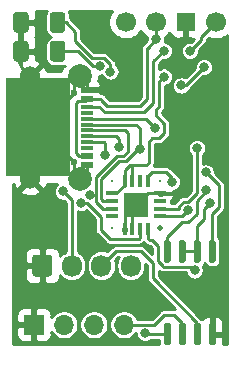
<source format=gbr>
%TF.GenerationSoftware,KiCad,Pcbnew,(5.1.9-0-10_14)*%
%TF.CreationDate,2021-04-09T16:47:02+01:00*%
%TF.ProjectId,Keypad,4b657970-6164-42e6-9b69-6361645f7063,2*%
%TF.SameCoordinates,Original*%
%TF.FileFunction,Copper,L2,Bot*%
%TF.FilePolarity,Positive*%
%FSLAX46Y46*%
G04 Gerber Fmt 4.6, Leading zero omitted, Abs format (unit mm)*
G04 Created by KiCad (PCBNEW (5.1.9-0-10_14)) date 2021-04-09 16:47:02*
%MOMM*%
%LPD*%
G01*
G04 APERTURE LIST*
%TA.AperFunction,ComponentPad*%
%ADD10O,1.700000X1.700000*%
%TD*%
%TA.AperFunction,ComponentPad*%
%ADD11R,1.700000X1.700000*%
%TD*%
%TA.AperFunction,ComponentPad*%
%ADD12O,1.700000X1.850000*%
%TD*%
%TA.AperFunction,SMDPad,CuDef*%
%ADD13C,1.700000*%
%TD*%
%TA.AperFunction,ComponentPad*%
%ADD14R,1.524000X1.524000*%
%TD*%
%TA.AperFunction,SMDPad,CuDef*%
%ADD15R,0.200000X0.200000*%
%TD*%
%TA.AperFunction,SMDPad,CuDef*%
%ADD16C,0.500000*%
%TD*%
%TA.AperFunction,ComponentPad*%
%ADD17C,1.524000*%
%TD*%
%TA.AperFunction,SMDPad,CuDef*%
%ADD18R,2.100000X2.100000*%
%TD*%
%TA.AperFunction,SMDPad,CuDef*%
%ADD19R,1.000000X0.300000*%
%TD*%
%TA.AperFunction,SMDPad,CuDef*%
%ADD20R,0.300000X1.000000*%
%TD*%
%TA.AperFunction,SMDPad,CuDef*%
%ADD21R,5.490000X8.340000*%
%TD*%
%TA.AperFunction,SMDPad,CuDef*%
%ADD22R,1.140000X0.600000*%
%TD*%
%TA.AperFunction,ComponentPad*%
%ADD23C,1.700000*%
%TD*%
%TA.AperFunction,ComponentPad*%
%ADD24C,2.000000*%
%TD*%
%TA.AperFunction,SMDPad,CuDef*%
%ADD25R,1.140000X0.300000*%
%TD*%
%TA.AperFunction,ComponentPad*%
%ADD26C,0.600000*%
%TD*%
%TA.AperFunction,ViaPad*%
%ADD27C,0.800000*%
%TD*%
%TA.AperFunction,Conductor*%
%ADD28C,0.250000*%
%TD*%
%TA.AperFunction,Conductor*%
%ADD29C,0.254000*%
%TD*%
%TA.AperFunction,Conductor*%
%ADD30C,0.100000*%
%TD*%
G04 APERTURE END LIST*
D10*
%TO.P,J3,4*%
%TO.N,Net-(J1-Pad4)*%
X122320000Y-125400000D03*
%TO.P,J3,3*%
%TO.N,Net-(J1-Pad3)*%
X119780000Y-125400000D03*
%TO.P,J3,2*%
%TO.N,VBUS*%
X117240000Y-125400000D03*
D11*
%TO.P,J3,1*%
%TO.N,GND*%
X114700000Y-125400000D03*
%TD*%
D12*
%TO.P,J1,4*%
%TO.N,Net-(J1-Pad4)*%
X122900000Y-120400000D03*
%TO.P,J1,3*%
%TO.N,Net-(J1-Pad3)*%
X120400000Y-120400000D03*
%TO.P,J1,2*%
%TO.N,VBUS*%
X117900000Y-120400000D03*
%TO.P,J1,1*%
%TO.N,GND*%
%TA.AperFunction,ComponentPad*%
G36*
G01*
X114550000Y-121075000D02*
X114550000Y-119725000D01*
G75*
G02*
X114800000Y-119475000I250000J0D01*
G01*
X116000000Y-119475000D01*
G75*
G02*
X116250000Y-119725000I0J-250000D01*
G01*
X116250000Y-121075000D01*
G75*
G02*
X116000000Y-121325000I-250000J0D01*
G01*
X114800000Y-121325000D01*
G75*
G02*
X114550000Y-121075000I0J250000D01*
G01*
G37*
%TD.AperFunction*%
%TD*%
%TO.P,U3,8*%
%TO.N,+3V3*%
%TA.AperFunction,SMDPad,CuDef*%
G36*
G01*
X125845000Y-125250000D02*
X126145000Y-125250000D01*
G75*
G02*
X126295000Y-125400000I0J-150000D01*
G01*
X126295000Y-127000000D01*
G75*
G02*
X126145000Y-127150000I-150000J0D01*
G01*
X125845000Y-127150000D01*
G75*
G02*
X125695000Y-127000000I0J150000D01*
G01*
X125695000Y-125400000D01*
G75*
G02*
X125845000Y-125250000I150000J0D01*
G01*
G37*
%TD.AperFunction*%
%TO.P,U3,7*%
%TO.N,Net-(J1-Pad4)*%
%TA.AperFunction,SMDPad,CuDef*%
G36*
G01*
X127115000Y-125250000D02*
X127415000Y-125250000D01*
G75*
G02*
X127565000Y-125400000I0J-150000D01*
G01*
X127565000Y-127000000D01*
G75*
G02*
X127415000Y-127150000I-150000J0D01*
G01*
X127115000Y-127150000D01*
G75*
G02*
X126965000Y-127000000I0J150000D01*
G01*
X126965000Y-125400000D01*
G75*
G02*
X127115000Y-125250000I150000J0D01*
G01*
G37*
%TD.AperFunction*%
%TO.P,U3,6*%
%TO.N,Net-(J1-Pad3)*%
%TA.AperFunction,SMDPad,CuDef*%
G36*
G01*
X128385000Y-125250000D02*
X128685000Y-125250000D01*
G75*
G02*
X128835000Y-125400000I0J-150000D01*
G01*
X128835000Y-127000000D01*
G75*
G02*
X128685000Y-127150000I-150000J0D01*
G01*
X128385000Y-127150000D01*
G75*
G02*
X128235000Y-127000000I0J150000D01*
G01*
X128235000Y-125400000D01*
G75*
G02*
X128385000Y-125250000I150000J0D01*
G01*
G37*
%TD.AperFunction*%
%TO.P,U3,5*%
%TO.N,GND*%
%TA.AperFunction,SMDPad,CuDef*%
G36*
G01*
X129655000Y-125250000D02*
X129955000Y-125250000D01*
G75*
G02*
X130105000Y-125400000I0J-150000D01*
G01*
X130105000Y-127000000D01*
G75*
G02*
X129955000Y-127150000I-150000J0D01*
G01*
X129655000Y-127150000D01*
G75*
G02*
X129505000Y-127000000I0J150000D01*
G01*
X129505000Y-125400000D01*
G75*
G02*
X129655000Y-125250000I150000J0D01*
G01*
G37*
%TD.AperFunction*%
%TO.P,U3,4*%
%TO.N,Net-(U1-Pad28)*%
%TA.AperFunction,SMDPad,CuDef*%
G36*
G01*
X129655000Y-118250000D02*
X129955000Y-118250000D01*
G75*
G02*
X130105000Y-118400000I0J-150000D01*
G01*
X130105000Y-120000000D01*
G75*
G02*
X129955000Y-120150000I-150000J0D01*
G01*
X129655000Y-120150000D01*
G75*
G02*
X129505000Y-120000000I0J150000D01*
G01*
X129505000Y-118400000D01*
G75*
G02*
X129655000Y-118250000I150000J0D01*
G01*
G37*
%TD.AperFunction*%
%TO.P,U3,3*%
%TO.N,Net-(U1-Pad26)*%
%TA.AperFunction,SMDPad,CuDef*%
G36*
G01*
X128385000Y-118250000D02*
X128685000Y-118250000D01*
G75*
G02*
X128835000Y-118400000I0J-150000D01*
G01*
X128835000Y-120000000D01*
G75*
G02*
X128685000Y-120150000I-150000J0D01*
G01*
X128385000Y-120150000D01*
G75*
G02*
X128235000Y-120000000I0J150000D01*
G01*
X128235000Y-118400000D01*
G75*
G02*
X128385000Y-118250000I150000J0D01*
G01*
G37*
%TD.AperFunction*%
%TO.P,U3,2*%
%TA.AperFunction,SMDPad,CuDef*%
G36*
G01*
X127115000Y-118250000D02*
X127415000Y-118250000D01*
G75*
G02*
X127565000Y-118400000I0J-150000D01*
G01*
X127565000Y-120000000D01*
G75*
G02*
X127415000Y-120150000I-150000J0D01*
G01*
X127115000Y-120150000D01*
G75*
G02*
X126965000Y-120000000I0J150000D01*
G01*
X126965000Y-118400000D01*
G75*
G02*
X127115000Y-118250000I150000J0D01*
G01*
G37*
%TD.AperFunction*%
%TO.P,U3,1*%
%TO.N,Net-(U1-Pad27)*%
%TA.AperFunction,SMDPad,CuDef*%
G36*
G01*
X125845000Y-118250000D02*
X126145000Y-118250000D01*
G75*
G02*
X126295000Y-118400000I0J-150000D01*
G01*
X126295000Y-120000000D01*
G75*
G02*
X126145000Y-120150000I-150000J0D01*
G01*
X125845000Y-120150000D01*
G75*
G02*
X125695000Y-120000000I0J150000D01*
G01*
X125695000Y-118400000D01*
G75*
G02*
X125845000Y-118250000I150000J0D01*
G01*
G37*
%TD.AperFunction*%
%TD*%
D13*
%TO.P,M1,1*%
%TO.N,Net-(M1-Pad1)*%
X122490000Y-99770000D03*
%TO.P,M1,4*%
%TO.N,+3V3*%
X130110000Y-99770000D03*
D14*
%TO.P,M1,3*%
%TO.N,GND*%
X127570000Y-99770000D03*
D13*
%TO.P,M1,2*%
%TO.N,VBUS*%
X125030000Y-99770000D03*
%TD*%
D15*
%TO.P,U2,~*%
%TO.N,N/C*%
X125350000Y-117250000D03*
X121350000Y-113250000D03*
X121350000Y-117250000D03*
X125350000Y-113250000D03*
D16*
X125350000Y-117250000D03*
D17*
%TO.P,U2,17*%
%TO.N,GND*%
X123350000Y-115250000D03*
D18*
X123350000Y-115250000D03*
D19*
%TO.P,U2,16*%
%TO.N,EN*%
X125400000Y-116225000D03*
%TO.P,U2,15*%
%TO.N,I*%
X125400000Y-115575000D03*
%TO.P,U2,14*%
%TO.N,Net-(U2-Pad14)*%
X125400000Y-114925000D03*
%TO.P,U2,13*%
%TO.N,GND*%
X125400000Y-114275000D03*
D20*
%TO.P,U2,12*%
%TO.N,CBUS0*%
X124325000Y-113200000D03*
%TO.P,U2,11*%
%TO.N,Net-(U2-Pad11)*%
X123675000Y-113200000D03*
%TO.P,U2,10*%
%TO.N,+3V3*%
X123025000Y-113200000D03*
%TO.P,U2,9*%
X122375000Y-113200000D03*
D19*
%TO.P,U2,8*%
X121300000Y-114275000D03*
%TO.P,U2,7*%
%TO.N,D-*%
X121300000Y-114925000D03*
%TO.P,U2,6*%
%TO.N,D+*%
X121300000Y-115575000D03*
%TO.P,U2,5*%
%TO.N,Net-(U2-Pad5)*%
X121300000Y-116225000D03*
D20*
%TO.P,U2,4*%
%TO.N,GND*%
X122375000Y-117300000D03*
%TO.P,U2,3*%
X123025000Y-117300000D03*
%TO.P,U2,2*%
%TO.N,O*%
X123675000Y-117300000D03*
%TO.P,U2,1*%
%TO.N,+3V3*%
X124325000Y-117300000D03*
%TD*%
D21*
%TO.P,J2,S1*%
%TO.N,GND*%
X115045000Y-108700000D03*
D22*
%TO.P,J2,A12*%
X119160000Y-105500000D03*
%TO.P,J2,A4*%
%TO.N,VBUS*%
X119160000Y-111100000D03*
%TO.P,J2,B12*%
%TO.N,GND*%
X119160000Y-111900000D03*
%TO.P,J2,B4*%
%TO.N,VBUS*%
X119160000Y-106300000D03*
D23*
%TO.P,J2,S1*%
%TO.N,GND*%
X114390000Y-104375000D03*
X114390000Y-113025000D03*
D24*
X118570000Y-104375000D03*
X118570000Y-113025000D03*
D25*
%TO.P,J2,A7*%
%TO.N,D-*%
X119160000Y-108450000D03*
%TO.P,J2,A6*%
%TO.N,D+*%
X119160000Y-108950000D03*
%TO.P,J2,B6*%
X119160000Y-107950000D03*
%TO.P,J2,B7*%
%TO.N,D-*%
X119160000Y-109450000D03*
%TO.P,J2,A8*%
%TO.N,Net-(J2-PadA8)*%
X119160000Y-107450000D03*
%TO.P,J2,A5*%
%TO.N,Net-(J2-PadA5)*%
X119160000Y-109950000D03*
%TO.P,J2,B5*%
%TO.N,Net-(J2-PadB5)*%
X119160000Y-106950000D03*
%TO.P,J2,B8*%
%TO.N,Net-(J2-PadB8)*%
X119160000Y-110450000D03*
D22*
%TO.P,J2,A9*%
%TO.N,VBUS*%
X119160000Y-106300000D03*
%TO.P,J2,B9*%
X119160000Y-111100000D03*
%TO.P,J2,B1*%
%TO.N,GND*%
X119160000Y-105500000D03*
D26*
%TO.P,J2,S1*%
X118090000Y-105810000D03*
X118090000Y-111590000D03*
D22*
%TO.P,J2,A1*%
X119160000Y-111900000D03*
%TD*%
%TO.P,R7,2*%
%TO.N,Net-(J2-PadB5)*%
%TA.AperFunction,SMDPad,CuDef*%
G36*
G01*
X116050000Y-102875000D02*
X116050000Y-101625000D01*
G75*
G02*
X116300000Y-101375000I250000J0D01*
G01*
X117100000Y-101375000D01*
G75*
G02*
X117350000Y-101625000I0J-250000D01*
G01*
X117350000Y-102875000D01*
G75*
G02*
X117100000Y-103125000I-250000J0D01*
G01*
X116300000Y-103125000D01*
G75*
G02*
X116050000Y-102875000I0J250000D01*
G01*
G37*
%TD.AperFunction*%
%TO.P,R7,1*%
%TO.N,GND*%
%TA.AperFunction,SMDPad,CuDef*%
G36*
G01*
X112950000Y-102875000D02*
X112950000Y-101625000D01*
G75*
G02*
X113200000Y-101375000I250000J0D01*
G01*
X114000000Y-101375000D01*
G75*
G02*
X114250000Y-101625000I0J-250000D01*
G01*
X114250000Y-102875000D01*
G75*
G02*
X114000000Y-103125000I-250000J0D01*
G01*
X113200000Y-103125000D01*
G75*
G02*
X112950000Y-102875000I0J250000D01*
G01*
G37*
%TD.AperFunction*%
%TD*%
%TO.P,R6,2*%
%TO.N,GND*%
%TA.AperFunction,SMDPad,CuDef*%
G36*
G01*
X114250000Y-99175000D02*
X114250000Y-100425000D01*
G75*
G02*
X114000000Y-100675000I-250000J0D01*
G01*
X113200000Y-100675000D01*
G75*
G02*
X112950000Y-100425000I0J250000D01*
G01*
X112950000Y-99175000D01*
G75*
G02*
X113200000Y-98925000I250000J0D01*
G01*
X114000000Y-98925000D01*
G75*
G02*
X114250000Y-99175000I0J-250000D01*
G01*
G37*
%TD.AperFunction*%
%TO.P,R6,1*%
%TO.N,Net-(J2-PadA5)*%
%TA.AperFunction,SMDPad,CuDef*%
G36*
G01*
X117350000Y-99175000D02*
X117350000Y-100425000D01*
G75*
G02*
X117100000Y-100675000I-250000J0D01*
G01*
X116300000Y-100675000D01*
G75*
G02*
X116050000Y-100425000I0J250000D01*
G01*
X116050000Y-99175000D01*
G75*
G02*
X116300000Y-98925000I250000J0D01*
G01*
X117100000Y-98925000D01*
G75*
G02*
X117350000Y-99175000I0J-250000D01*
G01*
G37*
%TD.AperFunction*%
%TD*%
D27*
%TO.N,D+*%
X124977182Y-108749454D03*
X119483549Y-114418097D03*
%TO.N,GND*%
X113500000Y-99800000D03*
%TO.N,D-*%
X121907937Y-110395003D03*
X123683725Y-110522703D03*
%TO.N,+3V3*%
X128300000Y-120800000D03*
X125725010Y-104400117D03*
X127900000Y-102200000D03*
X124102532Y-126125010D03*
%TO.N,VBUS*%
X125030000Y-101250000D03*
X117137478Y-114111492D03*
%TO.N,O*%
X129100000Y-103600000D03*
X127169878Y-105145492D03*
X118698756Y-115073437D03*
%TO.N,I*%
X128510230Y-110426181D03*
%TO.N,EN*%
X127717361Y-115704988D03*
%TO.N,CBUS0*%
X126374582Y-113291396D03*
%TO.N,Net-(J2-PadA5)*%
X120700000Y-111000000D03*
X121169982Y-103962635D03*
%TO.N,Net-(J2-PadB5)*%
X125700000Y-102200000D03*
X120270811Y-103525010D03*
%TO.N,Net-(U1-Pad28)*%
X129235240Y-112500000D03*
%TO.N,Net-(U1-Pad27)*%
X129283267Y-114017094D03*
%TO.N,Net-(U1-Pad26)*%
X129616232Y-115129728D03*
%TD*%
D28*
%TO.N,D+*%
X121300000Y-115575000D02*
X120550000Y-115575000D01*
X120550000Y-115575000D02*
X119949989Y-114974989D01*
X119949989Y-114974989D02*
X119949989Y-114350011D01*
X121747993Y-111120013D02*
X119949989Y-112918017D01*
X119949989Y-112918017D02*
X119949989Y-114350011D01*
X122268313Y-111120013D02*
X121747993Y-111120013D01*
X122645323Y-109145323D02*
X122645323Y-110743003D01*
X122645323Y-110743003D02*
X122268313Y-111120013D01*
X122450000Y-108950000D02*
X122645323Y-109145323D01*
X119160000Y-108950000D02*
X122450000Y-108950000D01*
X119160000Y-107950000D02*
X124177728Y-107950000D01*
X124177728Y-107950000D02*
X124977182Y-108749454D01*
X119949989Y-114350011D02*
X119881903Y-114418097D01*
X119881903Y-114418097D02*
X119483549Y-114418097D01*
%TO.N,GND*%
X118090000Y-112545000D02*
X118570000Y-113025000D01*
X118090000Y-111590000D02*
X118090000Y-112545000D01*
X118090000Y-104855000D02*
X118570000Y-104375000D01*
X118090000Y-105810000D02*
X118090000Y-104855000D01*
X124325000Y-114275000D02*
X123350000Y-115250000D01*
X125400000Y-114275000D02*
X124325000Y-114275000D01*
X122375000Y-116225000D02*
X123350000Y-115250000D01*
X122375000Y-117300000D02*
X122375000Y-116225000D01*
X123025000Y-115575000D02*
X123350000Y-115250000D01*
X123025000Y-117300000D02*
X123025000Y-115575000D01*
X113600000Y-103585000D02*
X114390000Y-104375000D01*
X113600000Y-102250000D02*
X113600000Y-103585000D01*
X114390000Y-108045000D02*
X115045000Y-108700000D01*
X114390000Y-104375000D02*
X114390000Y-108045000D01*
X114390000Y-109355000D02*
X115045000Y-108700000D01*
X114390000Y-113025000D02*
X114390000Y-109355000D01*
X118090000Y-105810000D02*
X115200000Y-108700000D01*
X115200000Y-108700000D02*
X115045000Y-108700000D01*
X118090000Y-111590000D02*
X115200000Y-108700000D01*
X119160000Y-112435000D02*
X118570000Y-113025000D01*
X119160000Y-111900000D02*
X119160000Y-112435000D01*
X119160000Y-104965000D02*
X118570000Y-104375000D01*
X119160000Y-105500000D02*
X119160000Y-104965000D01*
X119160000Y-105500000D02*
X122500000Y-105500000D01*
%TO.N,D-*%
X121907937Y-109707937D02*
X121907937Y-110395003D01*
X121650000Y-109450000D02*
X121907937Y-109707937D01*
X119160000Y-109450000D02*
X121650000Y-109450000D01*
X120400000Y-113104417D02*
X121934393Y-111570024D01*
X120550000Y-114925000D02*
X120400000Y-114775000D01*
X121300000Y-114925000D02*
X120550000Y-114925000D01*
X123350000Y-108450000D02*
X123683725Y-108783725D01*
X122454713Y-111570024D02*
X123502034Y-110522703D01*
X123502034Y-110522703D02*
X123683725Y-110522703D01*
X120400000Y-114775000D02*
X120400000Y-113104417D01*
X119160000Y-108450000D02*
X123350000Y-108450000D01*
X121934393Y-111570024D02*
X122454713Y-111570024D01*
X123683725Y-108783725D02*
X123683725Y-110522703D01*
%TO.N,+3V3*%
X123025000Y-113200000D02*
X123025000Y-112125000D01*
X123025000Y-112125000D02*
X122800000Y-111900000D01*
X121650000Y-114275000D02*
X121300000Y-114275000D01*
X122375000Y-113550000D02*
X121650000Y-114275000D01*
X122375000Y-113200000D02*
X122375000Y-113550000D01*
X122375000Y-112325000D02*
X122375000Y-112450000D01*
X122800000Y-111900000D02*
X122375000Y-112325000D01*
X122375000Y-112450000D02*
X122375000Y-113200000D01*
X124408735Y-111708735D02*
X124408735Y-109891265D01*
X122800000Y-111900000D02*
X124220236Y-111900000D01*
X124408735Y-109891265D02*
X124700000Y-109600000D01*
X124700000Y-109600000D02*
X125308030Y-109600000D01*
X124220236Y-111900000D02*
X124408735Y-111708735D01*
X125308030Y-109600000D02*
X125725010Y-109183020D01*
X128840000Y-101260000D02*
X127900000Y-102200000D01*
X128840000Y-101040000D02*
X128840000Y-101260000D01*
X128840000Y-101040000D02*
X130110000Y-99770000D01*
X127900000Y-102200000D02*
X127900000Y-102200000D01*
X124177522Y-126200000D02*
X124102532Y-126125010D01*
X125995000Y-126200000D02*
X124177522Y-126200000D01*
X125218205Y-118718205D02*
X124725000Y-118225000D01*
X125611420Y-120438188D02*
X125218205Y-120044973D01*
X125611420Y-120475010D02*
X125611420Y-120438188D01*
X128300000Y-120800000D02*
X127975010Y-120475010D01*
X125218205Y-120044973D02*
X125218205Y-118718205D01*
X127975010Y-120475010D02*
X125611420Y-120475010D01*
X124325000Y-118075000D02*
X124475000Y-118225000D01*
X124325000Y-117300000D02*
X124325000Y-118075000D01*
X124725000Y-118225000D02*
X124475000Y-118225000D01*
X125725010Y-104400117D02*
X125699883Y-104400117D01*
X125699883Y-104400117D02*
X125300000Y-104800000D01*
X125300000Y-104800000D02*
X125300000Y-106900000D01*
X125300000Y-106900000D02*
X125000000Y-107200000D01*
X125000000Y-107649980D02*
X125725010Y-108374990D01*
X125000000Y-107200000D02*
X125000000Y-107649980D01*
X125725010Y-109183020D02*
X125725010Y-108374990D01*
%TO.N,VBUS*%
X119024999Y-106435001D02*
X118464999Y-106435001D01*
X119160000Y-106300000D02*
X119024999Y-106435001D01*
X118264999Y-110860001D02*
X118504998Y-111100000D01*
X118264999Y-106635001D02*
X118264999Y-110860001D01*
X118504998Y-111100000D02*
X119160000Y-111100000D01*
X118464999Y-106435001D02*
X118264999Y-106635001D01*
X125030000Y-99770000D02*
X125030000Y-101250000D01*
X117900000Y-114874014D02*
X117137478Y-114111492D01*
X117900000Y-120400000D02*
X117900000Y-114874014D01*
X124340000Y-101940000D02*
X125030000Y-101250000D01*
X123700000Y-106900000D02*
X124300000Y-106300000D01*
X124300000Y-106300000D02*
X124300000Y-101980000D01*
X120900000Y-106900000D02*
X123700000Y-106900000D01*
X120400000Y-106400000D02*
X120900000Y-106900000D01*
X124300000Y-101980000D02*
X124340000Y-101940000D01*
X120400000Y-106300000D02*
X120400000Y-106400000D01*
X119160000Y-106300000D02*
X120400000Y-106300000D01*
%TO.N,O*%
X129100000Y-103600000D02*
X127554508Y-105145492D01*
X127554508Y-105145492D02*
X127169878Y-105145492D01*
X120346518Y-117353482D02*
X120346518Y-116246518D01*
X119173437Y-115073437D02*
X118698756Y-115073437D01*
X120346518Y-116246518D02*
X119173437Y-115073437D01*
X123675000Y-117300000D02*
X123675000Y-118025000D01*
X121174999Y-118125001D02*
X121146518Y-118153482D01*
X123574999Y-118125001D02*
X121174999Y-118125001D01*
X123675000Y-118025000D02*
X123574999Y-118125001D01*
X121146518Y-118153482D02*
X120346518Y-117353482D01*
%TO.N,I*%
X128510230Y-110426181D02*
X128510230Y-112922242D01*
X128510230Y-114249744D02*
X128510230Y-112922242D01*
X127779987Y-114979987D02*
X128510230Y-114249744D01*
X125400000Y-115575000D02*
X126975000Y-115575000D01*
X127369360Y-114979987D02*
X127479987Y-114979987D01*
X126992360Y-115356987D02*
X127369360Y-114979987D01*
X126992360Y-115557640D02*
X126992360Y-115356987D01*
X126975000Y-115575000D02*
X126992360Y-115557640D01*
X127479987Y-114979987D02*
X127779987Y-114979987D01*
%TO.N,EN*%
X127197349Y-116225000D02*
X127717361Y-115704988D01*
X125400000Y-116225000D02*
X127197349Y-116225000D01*
%TO.N,CBUS0*%
X124325000Y-112850000D02*
X124725000Y-112450000D01*
X125875002Y-112450000D02*
X126374582Y-112949580D01*
X126374582Y-112949580D02*
X126374582Y-113291396D01*
X124725000Y-112450000D02*
X125875002Y-112450000D01*
X124325000Y-113200000D02*
X124325000Y-112850000D01*
%TO.N,Net-(J2-PadA5)*%
X116700000Y-99800000D02*
X117400000Y-99800000D01*
X117400000Y-99800000D02*
X118200000Y-100600000D01*
X118200000Y-100600000D02*
X118200000Y-101400000D01*
X118200000Y-101400000D02*
X119600000Y-102800000D01*
X120639964Y-102800000D02*
X121169982Y-103330018D01*
X119600000Y-102800000D02*
X120639964Y-102800000D01*
X121169982Y-103330018D02*
X121169982Y-103962635D01*
X120700000Y-110000000D02*
X120700000Y-111000000D01*
X120650000Y-109950000D02*
X120700000Y-110000000D01*
X119160000Y-109950000D02*
X120650000Y-109950000D01*
%TO.N,Net-(J2-PadB5)*%
X116700000Y-102250000D02*
X118413590Y-102250000D01*
X118413590Y-102250000D02*
X119688600Y-103525010D01*
X119688600Y-103525010D02*
X120270811Y-103525010D01*
X124800000Y-103100000D02*
X125700000Y-102200000D01*
X124800000Y-106600000D02*
X124800000Y-103100000D01*
X120700000Y-107400000D02*
X124000000Y-107400000D01*
X120250000Y-106950000D02*
X120700000Y-107400000D01*
X124000000Y-107400000D02*
X124800000Y-106600000D01*
X119160000Y-106950000D02*
X120250000Y-106950000D01*
%TO.N,Net-(U1-Pad28)*%
X130341234Y-113605994D02*
X129235240Y-112500000D01*
X129805000Y-115995000D02*
X130341234Y-115458766D01*
X129805000Y-119200000D02*
X129805000Y-115995000D01*
X130341234Y-115458766D02*
X130341234Y-113605994D01*
%TO.N,Net-(U1-Pad27)*%
X128471211Y-114925174D02*
X129283267Y-114113118D01*
X128471211Y-116006791D02*
X128471211Y-114925174D01*
X129283267Y-114113118D02*
X129283267Y-114017094D01*
X125995000Y-119200000D02*
X125995000Y-118005000D01*
X127260999Y-116739001D02*
X127739001Y-116739001D01*
X125995000Y-118005000D02*
X127260999Y-116739001D01*
X127739001Y-116739001D02*
X128471211Y-116006791D01*
%TO.N,Net-(U1-Pad26)*%
X127265000Y-119200000D02*
X128535000Y-119200000D01*
X129112840Y-115633120D02*
X129616232Y-115129728D01*
X129112840Y-116487160D02*
X129112840Y-115633120D01*
X128535000Y-117065000D02*
X129112840Y-116487160D01*
X128535000Y-119200000D02*
X128535000Y-117065000D01*
%TO.N,Net-(J1-Pad4)*%
X127265000Y-125250000D02*
X127265000Y-126200000D01*
X126565001Y-124550001D02*
X127265000Y-125250000D01*
X125749999Y-124550001D02*
X126565001Y-124550001D01*
X124900000Y-125400000D02*
X125749999Y-124550001D01*
X122320000Y-125400000D02*
X124900000Y-125400000D01*
%TO.N,Net-(J1-Pad3)*%
X124768194Y-120168194D02*
X123749990Y-119149990D01*
X121650010Y-119149990D02*
X120400000Y-120400000D01*
X128535000Y-126200000D02*
X128535000Y-125250000D01*
X128535000Y-125250000D02*
X124768194Y-121483194D01*
X124768194Y-121483194D02*
X124768194Y-120168194D01*
X123749990Y-119149990D02*
X121650010Y-119149990D01*
%TD*%
D29*
%TO.N,GND*%
X127697000Y-99643000D02*
X127717000Y-99643000D01*
X127717000Y-99897000D01*
X127697000Y-99897000D01*
X127697000Y-101008250D01*
X127855750Y-101167000D01*
X128220710Y-101169354D01*
X127967065Y-101423000D01*
X127823472Y-101423000D01*
X127673357Y-101452859D01*
X127531952Y-101511431D01*
X127404691Y-101596464D01*
X127296464Y-101704691D01*
X127211431Y-101831952D01*
X127152859Y-101973357D01*
X127123000Y-102123472D01*
X127123000Y-102276528D01*
X127152859Y-102426643D01*
X127211431Y-102568048D01*
X127296464Y-102695309D01*
X127404691Y-102803536D01*
X127531952Y-102888569D01*
X127673357Y-102947141D01*
X127823472Y-102977000D01*
X127976528Y-102977000D01*
X128126643Y-102947141D01*
X128268048Y-102888569D01*
X128395309Y-102803536D01*
X128503536Y-102695309D01*
X128588569Y-102568048D01*
X128647141Y-102426643D01*
X128677000Y-102276528D01*
X128677000Y-102132935D01*
X129177543Y-101632393D01*
X129196684Y-101616684D01*
X129212392Y-101597544D01*
X129212400Y-101597536D01*
X129259417Y-101540246D01*
X129294842Y-101473969D01*
X129306031Y-101453036D01*
X129334736Y-101358408D01*
X129342000Y-101284652D01*
X129342000Y-101284643D01*
X129344427Y-101260000D01*
X129343128Y-101246807D01*
X129481552Y-101108382D01*
X129679175Y-101190240D01*
X129964528Y-101247000D01*
X130255472Y-101247000D01*
X130540825Y-101190240D01*
X130809622Y-101078901D01*
X131051533Y-100917261D01*
X131073000Y-100895794D01*
X131073001Y-127073000D01*
X130742716Y-127073000D01*
X130740000Y-126485750D01*
X130581250Y-126327000D01*
X129932000Y-126327000D01*
X129932000Y-126347000D01*
X129678000Y-126347000D01*
X129678000Y-126327000D01*
X129658000Y-126327000D01*
X129658000Y-126073000D01*
X129678000Y-126073000D01*
X129678000Y-124773750D01*
X129932000Y-124773750D01*
X129932000Y-126073000D01*
X130581250Y-126073000D01*
X130740000Y-125914250D01*
X130743072Y-125250000D01*
X130730812Y-125125518D01*
X130694502Y-125005820D01*
X130635537Y-124895506D01*
X130556185Y-124798815D01*
X130459494Y-124719463D01*
X130349180Y-124660498D01*
X130229482Y-124624188D01*
X130105000Y-124611928D01*
X130090750Y-124615000D01*
X129932000Y-124773750D01*
X129678000Y-124773750D01*
X129519250Y-124615000D01*
X129505000Y-124611928D01*
X129380518Y-124624188D01*
X129260820Y-124660498D01*
X129150506Y-124719463D01*
X129053815Y-124798815D01*
X128974463Y-124895506D01*
X128948490Y-124944098D01*
X128921537Y-124929692D01*
X128891684Y-124893316D01*
X128872538Y-124877603D01*
X125270194Y-121275260D01*
X125270194Y-120844380D01*
X125331175Y-120894427D01*
X125418384Y-120941041D01*
X125513011Y-120969746D01*
X125611420Y-120979438D01*
X125636073Y-120977010D01*
X127542987Y-120977010D01*
X127552859Y-121026643D01*
X127611431Y-121168048D01*
X127696464Y-121295309D01*
X127804691Y-121403536D01*
X127931952Y-121488569D01*
X128073357Y-121547141D01*
X128223472Y-121577000D01*
X128376528Y-121577000D01*
X128526643Y-121547141D01*
X128668048Y-121488569D01*
X128795309Y-121403536D01*
X128903536Y-121295309D01*
X128988569Y-121168048D01*
X129047141Y-121026643D01*
X129077000Y-120876528D01*
X129077000Y-120723472D01*
X129047141Y-120573357D01*
X128988569Y-120431952D01*
X128988453Y-120431778D01*
X129058935Y-120373935D01*
X129124701Y-120293799D01*
X129170000Y-120209051D01*
X129215299Y-120293799D01*
X129281065Y-120373935D01*
X129361201Y-120439701D01*
X129452628Y-120488570D01*
X129551832Y-120518663D01*
X129655000Y-120528824D01*
X129955000Y-120528824D01*
X130058168Y-120518663D01*
X130157372Y-120488570D01*
X130248799Y-120439701D01*
X130328935Y-120373935D01*
X130394701Y-120293799D01*
X130443570Y-120202372D01*
X130473663Y-120103168D01*
X130483824Y-120000000D01*
X130483824Y-118400000D01*
X130473663Y-118296832D01*
X130443570Y-118197628D01*
X130394701Y-118106201D01*
X130328935Y-118026065D01*
X130307000Y-118008063D01*
X130307000Y-116202934D01*
X130678772Y-115831163D01*
X130697918Y-115815450D01*
X130725768Y-115781516D01*
X130760650Y-115739012D01*
X130760651Y-115739011D01*
X130807265Y-115651802D01*
X130835970Y-115557175D01*
X130843234Y-115483419D01*
X130843234Y-115483410D01*
X130845661Y-115458767D01*
X130843234Y-115434124D01*
X130843234Y-113630637D01*
X130845661Y-113605994D01*
X130843234Y-113581351D01*
X130843234Y-113581341D01*
X130835970Y-113507585D01*
X130807265Y-113412958D01*
X130775980Y-113354427D01*
X130760651Y-113325748D01*
X130713634Y-113268458D01*
X130713626Y-113268450D01*
X130697918Y-113249310D01*
X130678777Y-113233601D01*
X130012240Y-112567065D01*
X130012240Y-112423472D01*
X129982381Y-112273357D01*
X129923809Y-112131952D01*
X129838776Y-112004691D01*
X129730549Y-111896464D01*
X129603288Y-111811431D01*
X129461883Y-111752859D01*
X129311768Y-111723000D01*
X129158712Y-111723000D01*
X129012230Y-111752136D01*
X129012230Y-111023026D01*
X129113766Y-110921490D01*
X129198799Y-110794229D01*
X129257371Y-110652824D01*
X129287230Y-110502709D01*
X129287230Y-110349653D01*
X129257371Y-110199538D01*
X129198799Y-110058133D01*
X129113766Y-109930872D01*
X129005539Y-109822645D01*
X128878278Y-109737612D01*
X128736873Y-109679040D01*
X128586758Y-109649181D01*
X128433702Y-109649181D01*
X128283587Y-109679040D01*
X128142182Y-109737612D01*
X128014921Y-109822645D01*
X127906694Y-109930872D01*
X127821661Y-110058133D01*
X127763089Y-110199538D01*
X127733230Y-110349653D01*
X127733230Y-110502709D01*
X127763089Y-110652824D01*
X127821661Y-110794229D01*
X127906694Y-110921490D01*
X128008230Y-111023026D01*
X128008231Y-112897589D01*
X128008230Y-114041809D01*
X127572053Y-114477987D01*
X127394005Y-114477987D01*
X127369360Y-114475560D01*
X127344714Y-114477987D01*
X127344707Y-114477987D01*
X127279792Y-114484380D01*
X127270950Y-114485251D01*
X127176323Y-114513956D01*
X127089114Y-114560570D01*
X127031825Y-114607587D01*
X127031822Y-114607590D01*
X127012676Y-114623303D01*
X126996963Y-114642449D01*
X126654823Y-114984590D01*
X126635677Y-115000303D01*
X126619964Y-115019449D01*
X126619961Y-115019452D01*
X126616714Y-115023409D01*
X126576015Y-115073000D01*
X126278824Y-115073000D01*
X126278824Y-114934954D01*
X126342340Y-114884860D01*
X126423555Y-114789728D01*
X126484650Y-114680579D01*
X126523277Y-114561609D01*
X126535000Y-114456750D01*
X126376250Y-114298000D01*
X125527000Y-114298000D01*
X125527000Y-114396176D01*
X125273000Y-114396176D01*
X125273000Y-114298000D01*
X125253000Y-114298000D01*
X125253000Y-114252000D01*
X125273000Y-114252000D01*
X125273000Y-114128000D01*
X125527000Y-114128000D01*
X125527000Y-114252000D01*
X126376250Y-114252000D01*
X126535000Y-114093250D01*
X126530457Y-114052613D01*
X126601225Y-114038537D01*
X126742630Y-113979965D01*
X126869891Y-113894932D01*
X126978118Y-113786705D01*
X127063151Y-113659444D01*
X127121723Y-113518039D01*
X127151582Y-113367924D01*
X127151582Y-113214868D01*
X127121723Y-113064753D01*
X127063151Y-112923348D01*
X126978118Y-112796087D01*
X126869891Y-112687860D01*
X126742630Y-112602827D01*
X126737761Y-112600810D01*
X126731266Y-112592896D01*
X126712125Y-112577187D01*
X126247403Y-112112467D01*
X126231686Y-112093316D01*
X126155247Y-112030583D01*
X126068038Y-111983969D01*
X125973411Y-111955264D01*
X125899655Y-111948000D01*
X125899645Y-111948000D01*
X125875002Y-111945573D01*
X125850359Y-111948000D01*
X124850095Y-111948000D01*
X124852298Y-111943805D01*
X124874766Y-111901771D01*
X124875301Y-111900006D01*
X124876159Y-111898373D01*
X124889639Y-111852742D01*
X124903471Y-111807144D01*
X124903652Y-111805306D01*
X124904174Y-111803539D01*
X124908489Y-111756197D01*
X124910735Y-111733388D01*
X124910735Y-111731549D01*
X124913149Y-111705061D01*
X124910735Y-111682253D01*
X124910735Y-110102000D01*
X125283387Y-110102000D01*
X125308030Y-110104427D01*
X125332673Y-110102000D01*
X125332683Y-110102000D01*
X125406439Y-110094736D01*
X125501066Y-110066031D01*
X125588275Y-110019417D01*
X125664714Y-109956684D01*
X125680431Y-109937533D01*
X126062553Y-109555413D01*
X126081694Y-109539704D01*
X126097402Y-109520564D01*
X126097410Y-109520556D01*
X126144427Y-109463266D01*
X126191040Y-109376057D01*
X126191041Y-109376056D01*
X126219746Y-109281429D01*
X126227010Y-109207673D01*
X126227010Y-109207663D01*
X126229437Y-109183020D01*
X126227010Y-109158377D01*
X126227010Y-108399633D01*
X126229437Y-108374990D01*
X126227010Y-108350347D01*
X126227010Y-108350337D01*
X126219746Y-108276581D01*
X126191041Y-108181954D01*
X126144427Y-108094745D01*
X126116638Y-108060885D01*
X126097409Y-108037454D01*
X126097407Y-108037452D01*
X126081694Y-108018306D01*
X126062548Y-108002593D01*
X125502000Y-107442046D01*
X125502000Y-107407934D01*
X125637534Y-107272400D01*
X125656684Y-107256684D01*
X125719417Y-107180245D01*
X125766031Y-107093036D01*
X125794736Y-106998409D01*
X125802000Y-106924653D01*
X125802000Y-106924644D01*
X125804427Y-106900001D01*
X125802000Y-106875358D01*
X125802000Y-105177025D01*
X125951653Y-105147258D01*
X126093058Y-105088686D01*
X126122574Y-105068964D01*
X126392878Y-105068964D01*
X126392878Y-105222020D01*
X126422737Y-105372135D01*
X126481309Y-105513540D01*
X126566342Y-105640801D01*
X126674569Y-105749028D01*
X126801830Y-105834061D01*
X126943235Y-105892633D01*
X127093350Y-105922492D01*
X127246406Y-105922492D01*
X127396521Y-105892633D01*
X127537926Y-105834061D01*
X127665187Y-105749028D01*
X127773414Y-105640801D01*
X127818218Y-105573747D01*
X127834753Y-105564909D01*
X127911192Y-105502176D01*
X127926909Y-105483025D01*
X129032935Y-104377000D01*
X129176528Y-104377000D01*
X129326643Y-104347141D01*
X129468048Y-104288569D01*
X129595309Y-104203536D01*
X129703536Y-104095309D01*
X129788569Y-103968048D01*
X129847141Y-103826643D01*
X129877000Y-103676528D01*
X129877000Y-103523472D01*
X129847141Y-103373357D01*
X129788569Y-103231952D01*
X129703536Y-103104691D01*
X129595309Y-102996464D01*
X129468048Y-102911431D01*
X129326643Y-102852859D01*
X129176528Y-102823000D01*
X129023472Y-102823000D01*
X128873357Y-102852859D01*
X128731952Y-102911431D01*
X128604691Y-102996464D01*
X128496464Y-103104691D01*
X128411431Y-103231952D01*
X128352859Y-103373357D01*
X128323000Y-103523472D01*
X128323000Y-103667065D01*
X127534544Y-104455522D01*
X127396521Y-104398351D01*
X127246406Y-104368492D01*
X127093350Y-104368492D01*
X126943235Y-104398351D01*
X126801830Y-104456923D01*
X126674569Y-104541956D01*
X126566342Y-104650183D01*
X126481309Y-104777444D01*
X126422737Y-104918849D01*
X126392878Y-105068964D01*
X126122574Y-105068964D01*
X126220319Y-105003653D01*
X126328546Y-104895426D01*
X126413579Y-104768165D01*
X126472151Y-104626760D01*
X126502010Y-104476645D01*
X126502010Y-104323589D01*
X126472151Y-104173474D01*
X126413579Y-104032069D01*
X126328546Y-103904808D01*
X126220319Y-103796581D01*
X126093058Y-103711548D01*
X125951653Y-103652976D01*
X125801538Y-103623117D01*
X125648482Y-103623117D01*
X125498367Y-103652976D01*
X125356962Y-103711548D01*
X125302000Y-103748272D01*
X125302000Y-103307934D01*
X125632935Y-102977000D01*
X125776528Y-102977000D01*
X125926643Y-102947141D01*
X126068048Y-102888569D01*
X126195309Y-102803536D01*
X126303536Y-102695309D01*
X126388569Y-102568048D01*
X126447141Y-102426643D01*
X126477000Y-102276528D01*
X126477000Y-102123472D01*
X126447141Y-101973357D01*
X126388569Y-101831952D01*
X126303536Y-101704691D01*
X126195309Y-101596464D01*
X126068048Y-101511431D01*
X125926643Y-101452859D01*
X125787382Y-101425159D01*
X125807000Y-101326528D01*
X125807000Y-101173472D01*
X125781318Y-101044359D01*
X125971533Y-100917261D01*
X126177261Y-100711533D01*
X126192135Y-100689273D01*
X126218498Y-100776180D01*
X126277463Y-100886494D01*
X126356815Y-100983185D01*
X126453506Y-101062537D01*
X126563820Y-101121502D01*
X126683518Y-101157812D01*
X126808000Y-101170072D01*
X127284250Y-101167000D01*
X127443000Y-101008250D01*
X127443000Y-99897000D01*
X127423000Y-99897000D01*
X127423000Y-99643000D01*
X127443000Y-99643000D01*
X127443000Y-99623000D01*
X127697000Y-99623000D01*
X127697000Y-99643000D01*
%TA.AperFunction,Conductor*%
D30*
G36*
X127697000Y-99643000D02*
G01*
X127717000Y-99643000D01*
X127717000Y-99897000D01*
X127697000Y-99897000D01*
X127697000Y-101008250D01*
X127855750Y-101167000D01*
X128220710Y-101169354D01*
X127967065Y-101423000D01*
X127823472Y-101423000D01*
X127673357Y-101452859D01*
X127531952Y-101511431D01*
X127404691Y-101596464D01*
X127296464Y-101704691D01*
X127211431Y-101831952D01*
X127152859Y-101973357D01*
X127123000Y-102123472D01*
X127123000Y-102276528D01*
X127152859Y-102426643D01*
X127211431Y-102568048D01*
X127296464Y-102695309D01*
X127404691Y-102803536D01*
X127531952Y-102888569D01*
X127673357Y-102947141D01*
X127823472Y-102977000D01*
X127976528Y-102977000D01*
X128126643Y-102947141D01*
X128268048Y-102888569D01*
X128395309Y-102803536D01*
X128503536Y-102695309D01*
X128588569Y-102568048D01*
X128647141Y-102426643D01*
X128677000Y-102276528D01*
X128677000Y-102132935D01*
X129177543Y-101632393D01*
X129196684Y-101616684D01*
X129212392Y-101597544D01*
X129212400Y-101597536D01*
X129259417Y-101540246D01*
X129294842Y-101473969D01*
X129306031Y-101453036D01*
X129334736Y-101358408D01*
X129342000Y-101284652D01*
X129342000Y-101284643D01*
X129344427Y-101260000D01*
X129343128Y-101246807D01*
X129481552Y-101108382D01*
X129679175Y-101190240D01*
X129964528Y-101247000D01*
X130255472Y-101247000D01*
X130540825Y-101190240D01*
X130809622Y-101078901D01*
X131051533Y-100917261D01*
X131073000Y-100895794D01*
X131073001Y-127073000D01*
X130742716Y-127073000D01*
X130740000Y-126485750D01*
X130581250Y-126327000D01*
X129932000Y-126327000D01*
X129932000Y-126347000D01*
X129678000Y-126347000D01*
X129678000Y-126327000D01*
X129658000Y-126327000D01*
X129658000Y-126073000D01*
X129678000Y-126073000D01*
X129678000Y-124773750D01*
X129932000Y-124773750D01*
X129932000Y-126073000D01*
X130581250Y-126073000D01*
X130740000Y-125914250D01*
X130743072Y-125250000D01*
X130730812Y-125125518D01*
X130694502Y-125005820D01*
X130635537Y-124895506D01*
X130556185Y-124798815D01*
X130459494Y-124719463D01*
X130349180Y-124660498D01*
X130229482Y-124624188D01*
X130105000Y-124611928D01*
X130090750Y-124615000D01*
X129932000Y-124773750D01*
X129678000Y-124773750D01*
X129519250Y-124615000D01*
X129505000Y-124611928D01*
X129380518Y-124624188D01*
X129260820Y-124660498D01*
X129150506Y-124719463D01*
X129053815Y-124798815D01*
X128974463Y-124895506D01*
X128948490Y-124944098D01*
X128921537Y-124929692D01*
X128891684Y-124893316D01*
X128872538Y-124877603D01*
X125270194Y-121275260D01*
X125270194Y-120844380D01*
X125331175Y-120894427D01*
X125418384Y-120941041D01*
X125513011Y-120969746D01*
X125611420Y-120979438D01*
X125636073Y-120977010D01*
X127542987Y-120977010D01*
X127552859Y-121026643D01*
X127611431Y-121168048D01*
X127696464Y-121295309D01*
X127804691Y-121403536D01*
X127931952Y-121488569D01*
X128073357Y-121547141D01*
X128223472Y-121577000D01*
X128376528Y-121577000D01*
X128526643Y-121547141D01*
X128668048Y-121488569D01*
X128795309Y-121403536D01*
X128903536Y-121295309D01*
X128988569Y-121168048D01*
X129047141Y-121026643D01*
X129077000Y-120876528D01*
X129077000Y-120723472D01*
X129047141Y-120573357D01*
X128988569Y-120431952D01*
X128988453Y-120431778D01*
X129058935Y-120373935D01*
X129124701Y-120293799D01*
X129170000Y-120209051D01*
X129215299Y-120293799D01*
X129281065Y-120373935D01*
X129361201Y-120439701D01*
X129452628Y-120488570D01*
X129551832Y-120518663D01*
X129655000Y-120528824D01*
X129955000Y-120528824D01*
X130058168Y-120518663D01*
X130157372Y-120488570D01*
X130248799Y-120439701D01*
X130328935Y-120373935D01*
X130394701Y-120293799D01*
X130443570Y-120202372D01*
X130473663Y-120103168D01*
X130483824Y-120000000D01*
X130483824Y-118400000D01*
X130473663Y-118296832D01*
X130443570Y-118197628D01*
X130394701Y-118106201D01*
X130328935Y-118026065D01*
X130307000Y-118008063D01*
X130307000Y-116202934D01*
X130678772Y-115831163D01*
X130697918Y-115815450D01*
X130725768Y-115781516D01*
X130760650Y-115739012D01*
X130760651Y-115739011D01*
X130807265Y-115651802D01*
X130835970Y-115557175D01*
X130843234Y-115483419D01*
X130843234Y-115483410D01*
X130845661Y-115458767D01*
X130843234Y-115434124D01*
X130843234Y-113630637D01*
X130845661Y-113605994D01*
X130843234Y-113581351D01*
X130843234Y-113581341D01*
X130835970Y-113507585D01*
X130807265Y-113412958D01*
X130775980Y-113354427D01*
X130760651Y-113325748D01*
X130713634Y-113268458D01*
X130713626Y-113268450D01*
X130697918Y-113249310D01*
X130678777Y-113233601D01*
X130012240Y-112567065D01*
X130012240Y-112423472D01*
X129982381Y-112273357D01*
X129923809Y-112131952D01*
X129838776Y-112004691D01*
X129730549Y-111896464D01*
X129603288Y-111811431D01*
X129461883Y-111752859D01*
X129311768Y-111723000D01*
X129158712Y-111723000D01*
X129012230Y-111752136D01*
X129012230Y-111023026D01*
X129113766Y-110921490D01*
X129198799Y-110794229D01*
X129257371Y-110652824D01*
X129287230Y-110502709D01*
X129287230Y-110349653D01*
X129257371Y-110199538D01*
X129198799Y-110058133D01*
X129113766Y-109930872D01*
X129005539Y-109822645D01*
X128878278Y-109737612D01*
X128736873Y-109679040D01*
X128586758Y-109649181D01*
X128433702Y-109649181D01*
X128283587Y-109679040D01*
X128142182Y-109737612D01*
X128014921Y-109822645D01*
X127906694Y-109930872D01*
X127821661Y-110058133D01*
X127763089Y-110199538D01*
X127733230Y-110349653D01*
X127733230Y-110502709D01*
X127763089Y-110652824D01*
X127821661Y-110794229D01*
X127906694Y-110921490D01*
X128008230Y-111023026D01*
X128008231Y-112897589D01*
X128008230Y-114041809D01*
X127572053Y-114477987D01*
X127394005Y-114477987D01*
X127369360Y-114475560D01*
X127344714Y-114477987D01*
X127344707Y-114477987D01*
X127279792Y-114484380D01*
X127270950Y-114485251D01*
X127176323Y-114513956D01*
X127089114Y-114560570D01*
X127031825Y-114607587D01*
X127031822Y-114607590D01*
X127012676Y-114623303D01*
X126996963Y-114642449D01*
X126654823Y-114984590D01*
X126635677Y-115000303D01*
X126619964Y-115019449D01*
X126619961Y-115019452D01*
X126616714Y-115023409D01*
X126576015Y-115073000D01*
X126278824Y-115073000D01*
X126278824Y-114934954D01*
X126342340Y-114884860D01*
X126423555Y-114789728D01*
X126484650Y-114680579D01*
X126523277Y-114561609D01*
X126535000Y-114456750D01*
X126376250Y-114298000D01*
X125527000Y-114298000D01*
X125527000Y-114396176D01*
X125273000Y-114396176D01*
X125273000Y-114298000D01*
X125253000Y-114298000D01*
X125253000Y-114252000D01*
X125273000Y-114252000D01*
X125273000Y-114128000D01*
X125527000Y-114128000D01*
X125527000Y-114252000D01*
X126376250Y-114252000D01*
X126535000Y-114093250D01*
X126530457Y-114052613D01*
X126601225Y-114038537D01*
X126742630Y-113979965D01*
X126869891Y-113894932D01*
X126978118Y-113786705D01*
X127063151Y-113659444D01*
X127121723Y-113518039D01*
X127151582Y-113367924D01*
X127151582Y-113214868D01*
X127121723Y-113064753D01*
X127063151Y-112923348D01*
X126978118Y-112796087D01*
X126869891Y-112687860D01*
X126742630Y-112602827D01*
X126737761Y-112600810D01*
X126731266Y-112592896D01*
X126712125Y-112577187D01*
X126247403Y-112112467D01*
X126231686Y-112093316D01*
X126155247Y-112030583D01*
X126068038Y-111983969D01*
X125973411Y-111955264D01*
X125899655Y-111948000D01*
X125899645Y-111948000D01*
X125875002Y-111945573D01*
X125850359Y-111948000D01*
X124850095Y-111948000D01*
X124852298Y-111943805D01*
X124874766Y-111901771D01*
X124875301Y-111900006D01*
X124876159Y-111898373D01*
X124889639Y-111852742D01*
X124903471Y-111807144D01*
X124903652Y-111805306D01*
X124904174Y-111803539D01*
X124908489Y-111756197D01*
X124910735Y-111733388D01*
X124910735Y-111731549D01*
X124913149Y-111705061D01*
X124910735Y-111682253D01*
X124910735Y-110102000D01*
X125283387Y-110102000D01*
X125308030Y-110104427D01*
X125332673Y-110102000D01*
X125332683Y-110102000D01*
X125406439Y-110094736D01*
X125501066Y-110066031D01*
X125588275Y-110019417D01*
X125664714Y-109956684D01*
X125680431Y-109937533D01*
X126062553Y-109555413D01*
X126081694Y-109539704D01*
X126097402Y-109520564D01*
X126097410Y-109520556D01*
X126144427Y-109463266D01*
X126191040Y-109376057D01*
X126191041Y-109376056D01*
X126219746Y-109281429D01*
X126227010Y-109207673D01*
X126227010Y-109207663D01*
X126229437Y-109183020D01*
X126227010Y-109158377D01*
X126227010Y-108399633D01*
X126229437Y-108374990D01*
X126227010Y-108350347D01*
X126227010Y-108350337D01*
X126219746Y-108276581D01*
X126191041Y-108181954D01*
X126144427Y-108094745D01*
X126116638Y-108060885D01*
X126097409Y-108037454D01*
X126097407Y-108037452D01*
X126081694Y-108018306D01*
X126062548Y-108002593D01*
X125502000Y-107442046D01*
X125502000Y-107407934D01*
X125637534Y-107272400D01*
X125656684Y-107256684D01*
X125719417Y-107180245D01*
X125766031Y-107093036D01*
X125794736Y-106998409D01*
X125802000Y-106924653D01*
X125802000Y-106924644D01*
X125804427Y-106900001D01*
X125802000Y-106875358D01*
X125802000Y-105177025D01*
X125951653Y-105147258D01*
X126093058Y-105088686D01*
X126122574Y-105068964D01*
X126392878Y-105068964D01*
X126392878Y-105222020D01*
X126422737Y-105372135D01*
X126481309Y-105513540D01*
X126566342Y-105640801D01*
X126674569Y-105749028D01*
X126801830Y-105834061D01*
X126943235Y-105892633D01*
X127093350Y-105922492D01*
X127246406Y-105922492D01*
X127396521Y-105892633D01*
X127537926Y-105834061D01*
X127665187Y-105749028D01*
X127773414Y-105640801D01*
X127818218Y-105573747D01*
X127834753Y-105564909D01*
X127911192Y-105502176D01*
X127926909Y-105483025D01*
X129032935Y-104377000D01*
X129176528Y-104377000D01*
X129326643Y-104347141D01*
X129468048Y-104288569D01*
X129595309Y-104203536D01*
X129703536Y-104095309D01*
X129788569Y-103968048D01*
X129847141Y-103826643D01*
X129877000Y-103676528D01*
X129877000Y-103523472D01*
X129847141Y-103373357D01*
X129788569Y-103231952D01*
X129703536Y-103104691D01*
X129595309Y-102996464D01*
X129468048Y-102911431D01*
X129326643Y-102852859D01*
X129176528Y-102823000D01*
X129023472Y-102823000D01*
X128873357Y-102852859D01*
X128731952Y-102911431D01*
X128604691Y-102996464D01*
X128496464Y-103104691D01*
X128411431Y-103231952D01*
X128352859Y-103373357D01*
X128323000Y-103523472D01*
X128323000Y-103667065D01*
X127534544Y-104455522D01*
X127396521Y-104398351D01*
X127246406Y-104368492D01*
X127093350Y-104368492D01*
X126943235Y-104398351D01*
X126801830Y-104456923D01*
X126674569Y-104541956D01*
X126566342Y-104650183D01*
X126481309Y-104777444D01*
X126422737Y-104918849D01*
X126392878Y-105068964D01*
X126122574Y-105068964D01*
X126220319Y-105003653D01*
X126328546Y-104895426D01*
X126413579Y-104768165D01*
X126472151Y-104626760D01*
X126502010Y-104476645D01*
X126502010Y-104323589D01*
X126472151Y-104173474D01*
X126413579Y-104032069D01*
X126328546Y-103904808D01*
X126220319Y-103796581D01*
X126093058Y-103711548D01*
X125951653Y-103652976D01*
X125801538Y-103623117D01*
X125648482Y-103623117D01*
X125498367Y-103652976D01*
X125356962Y-103711548D01*
X125302000Y-103748272D01*
X125302000Y-103307934D01*
X125632935Y-102977000D01*
X125776528Y-102977000D01*
X125926643Y-102947141D01*
X126068048Y-102888569D01*
X126195309Y-102803536D01*
X126303536Y-102695309D01*
X126388569Y-102568048D01*
X126447141Y-102426643D01*
X126477000Y-102276528D01*
X126477000Y-102123472D01*
X126447141Y-101973357D01*
X126388569Y-101831952D01*
X126303536Y-101704691D01*
X126195309Y-101596464D01*
X126068048Y-101511431D01*
X125926643Y-101452859D01*
X125787382Y-101425159D01*
X125807000Y-101326528D01*
X125807000Y-101173472D01*
X125781318Y-101044359D01*
X125971533Y-100917261D01*
X126177261Y-100711533D01*
X126192135Y-100689273D01*
X126218498Y-100776180D01*
X126277463Y-100886494D01*
X126356815Y-100983185D01*
X126453506Y-101062537D01*
X126563820Y-101121502D01*
X126683518Y-101157812D01*
X126808000Y-101170072D01*
X127284250Y-101167000D01*
X127443000Y-101008250D01*
X127443000Y-99897000D01*
X127423000Y-99897000D01*
X127423000Y-99643000D01*
X127443000Y-99643000D01*
X127443000Y-99623000D01*
X127697000Y-99623000D01*
X127697000Y-99643000D01*
G37*
%TD.AperFunction*%
D29*
X115418397Y-113873792D02*
X115667472Y-113796157D01*
X115793371Y-113532117D01*
X115800105Y-113505586D01*
X116644138Y-113506641D01*
X116642169Y-113507956D01*
X116533942Y-113616183D01*
X116448909Y-113743444D01*
X116390337Y-113884849D01*
X116360478Y-114034964D01*
X116360478Y-114188020D01*
X116390337Y-114338135D01*
X116448909Y-114479540D01*
X116533942Y-114606801D01*
X116642169Y-114715028D01*
X116769430Y-114800061D01*
X116910835Y-114858633D01*
X117060950Y-114888492D01*
X117204543Y-114888492D01*
X117398001Y-115081950D01*
X117398000Y-119202045D01*
X117215017Y-119299851D01*
X117028183Y-119453183D01*
X116887352Y-119624785D01*
X116888072Y-119475000D01*
X116875812Y-119350518D01*
X116839502Y-119230820D01*
X116780537Y-119120506D01*
X116701185Y-119023815D01*
X116604494Y-118944463D01*
X116494180Y-118885498D01*
X116374482Y-118849188D01*
X116250000Y-118836928D01*
X115685750Y-118840000D01*
X115527000Y-118998750D01*
X115527000Y-120273000D01*
X115547000Y-120273000D01*
X115547000Y-120527000D01*
X115527000Y-120527000D01*
X115527000Y-121801250D01*
X115685750Y-121960000D01*
X116250000Y-121963072D01*
X116374482Y-121950812D01*
X116494180Y-121914502D01*
X116604494Y-121855537D01*
X116701185Y-121776185D01*
X116780537Y-121679494D01*
X116839502Y-121569180D01*
X116875812Y-121449482D01*
X116888072Y-121325000D01*
X116887352Y-121175216D01*
X117028184Y-121346817D01*
X117215018Y-121500149D01*
X117428177Y-121614084D01*
X117659467Y-121684245D01*
X117900000Y-121707936D01*
X118140534Y-121684245D01*
X118371824Y-121614084D01*
X118584983Y-121500149D01*
X118771817Y-121346817D01*
X118925149Y-121159982D01*
X119039084Y-120946823D01*
X119109245Y-120715533D01*
X119127000Y-120535267D01*
X119127000Y-120264732D01*
X119109245Y-120084466D01*
X119039084Y-119853176D01*
X118925149Y-119640017D01*
X118771817Y-119453183D01*
X118584982Y-119299851D01*
X118402000Y-119202046D01*
X118402000Y-115791536D01*
X118472113Y-115820578D01*
X118622228Y-115850437D01*
X118775284Y-115850437D01*
X118925399Y-115820578D01*
X119066804Y-115762006D01*
X119117918Y-115727853D01*
X119844519Y-116454454D01*
X119844518Y-117328839D01*
X119842091Y-117353482D01*
X119844518Y-117378125D01*
X119844518Y-117378134D01*
X119851782Y-117451890D01*
X119880487Y-117546517D01*
X119927101Y-117633727D01*
X119989834Y-117710166D01*
X120008985Y-117725883D01*
X120774127Y-118491027D01*
X120789834Y-118510166D01*
X120808973Y-118525873D01*
X120808982Y-118525882D01*
X120866272Y-118572898D01*
X120953481Y-118619512D01*
X121048108Y-118648217D01*
X121146518Y-118657909D01*
X121244927Y-118648217D01*
X121314866Y-118627001D01*
X123550356Y-118627001D01*
X123574999Y-118629428D01*
X123599642Y-118627001D01*
X123599652Y-118627001D01*
X123673408Y-118619737D01*
X123768035Y-118591032D01*
X123855244Y-118544418D01*
X123931683Y-118481685D01*
X123947399Y-118462535D01*
X123973773Y-118436162D01*
X123987463Y-118447397D01*
X124102598Y-118562532D01*
X124118316Y-118581684D01*
X124194755Y-118644417D01*
X124281964Y-118691031D01*
X124376591Y-118719736D01*
X124450347Y-118727000D01*
X124450356Y-118727000D01*
X124474999Y-118729427D01*
X124499642Y-118727000D01*
X124517066Y-118727000D01*
X124716206Y-118926141D01*
X124716205Y-119406271D01*
X124122391Y-118812457D01*
X124106674Y-118793306D01*
X124030235Y-118730573D01*
X123943026Y-118683959D01*
X123848399Y-118655254D01*
X123774643Y-118647990D01*
X123774633Y-118647990D01*
X123749990Y-118645563D01*
X123725347Y-118647990D01*
X121674652Y-118647990D01*
X121650009Y-118645563D01*
X121625366Y-118647990D01*
X121625357Y-118647990D01*
X121551601Y-118655254D01*
X121456974Y-118683959D01*
X121369765Y-118730573D01*
X121293326Y-118793306D01*
X121277613Y-118812452D01*
X120892889Y-119197176D01*
X120871823Y-119185916D01*
X120640533Y-119115755D01*
X120400000Y-119092064D01*
X120159466Y-119115755D01*
X119928176Y-119185916D01*
X119715017Y-119299851D01*
X119528183Y-119453183D01*
X119374851Y-119640018D01*
X119260916Y-119853177D01*
X119190755Y-120084467D01*
X119173000Y-120264733D01*
X119173000Y-120535268D01*
X119190755Y-120715534D01*
X119260916Y-120946824D01*
X119374851Y-121159983D01*
X119528184Y-121346817D01*
X119715018Y-121500149D01*
X119928177Y-121614084D01*
X120159467Y-121684245D01*
X120400000Y-121707936D01*
X120640534Y-121684245D01*
X120871824Y-121614084D01*
X121084983Y-121500149D01*
X121271817Y-121346817D01*
X121425149Y-121159982D01*
X121539084Y-120946823D01*
X121609245Y-120715533D01*
X121627000Y-120535267D01*
X121627000Y-120264732D01*
X121609245Y-120084466D01*
X121566472Y-119943463D01*
X121857945Y-119651990D01*
X121868452Y-119651990D01*
X121760916Y-119853177D01*
X121690755Y-120084467D01*
X121673000Y-120264733D01*
X121673000Y-120535268D01*
X121690755Y-120715534D01*
X121760916Y-120946824D01*
X121874851Y-121159983D01*
X122028184Y-121346817D01*
X122215018Y-121500149D01*
X122428177Y-121614084D01*
X122659467Y-121684245D01*
X122900000Y-121707936D01*
X123140534Y-121684245D01*
X123371824Y-121614084D01*
X123584983Y-121500149D01*
X123771817Y-121346817D01*
X123925149Y-121159982D01*
X124039084Y-120946823D01*
X124109245Y-120715533D01*
X124127000Y-120535267D01*
X124127000Y-120264732D01*
X124123963Y-120233898D01*
X124266195Y-120376130D01*
X124266194Y-121458551D01*
X124263767Y-121483194D01*
X124266194Y-121507837D01*
X124266194Y-121507846D01*
X124273458Y-121581602D01*
X124302163Y-121676229D01*
X124348777Y-121763439D01*
X124411510Y-121839878D01*
X124430662Y-121855596D01*
X126626717Y-124051651D01*
X126589654Y-124048001D01*
X126589644Y-124048001D01*
X126565001Y-124045574D01*
X126540358Y-124048001D01*
X125774641Y-124048001D01*
X125749998Y-124045574D01*
X125725355Y-124048001D01*
X125725346Y-124048001D01*
X125651590Y-124055265D01*
X125556963Y-124083970D01*
X125469754Y-124130584D01*
X125393315Y-124193317D01*
X125377602Y-124212463D01*
X124692066Y-124898000D01*
X123440160Y-124898000D01*
X123407353Y-124818798D01*
X123273073Y-124617833D01*
X123102167Y-124446927D01*
X122901202Y-124312647D01*
X122677903Y-124220153D01*
X122440849Y-124173000D01*
X122199151Y-124173000D01*
X121962097Y-124220153D01*
X121738798Y-124312647D01*
X121537833Y-124446927D01*
X121366927Y-124617833D01*
X121232647Y-124818798D01*
X121140153Y-125042097D01*
X121093000Y-125279151D01*
X121093000Y-125520849D01*
X121140153Y-125757903D01*
X121232647Y-125981202D01*
X121366927Y-126182167D01*
X121537833Y-126353073D01*
X121738798Y-126487353D01*
X121962097Y-126579847D01*
X122199151Y-126627000D01*
X122440849Y-126627000D01*
X122677903Y-126579847D01*
X122901202Y-126487353D01*
X123102167Y-126353073D01*
X123273073Y-126182167D01*
X123325532Y-126103656D01*
X123325532Y-126201538D01*
X123355391Y-126351653D01*
X123413963Y-126493058D01*
X123498996Y-126620319D01*
X123607223Y-126728546D01*
X123734484Y-126813579D01*
X123875889Y-126872151D01*
X124026004Y-126902010D01*
X124179060Y-126902010D01*
X124329175Y-126872151D01*
X124470580Y-126813579D01*
X124597841Y-126728546D01*
X124624387Y-126702000D01*
X125316176Y-126702000D01*
X125316176Y-127000000D01*
X125323366Y-127073000D01*
X112927000Y-127073000D01*
X112927000Y-126250000D01*
X113211928Y-126250000D01*
X113224188Y-126374482D01*
X113260498Y-126494180D01*
X113319463Y-126604494D01*
X113398815Y-126701185D01*
X113495506Y-126780537D01*
X113605820Y-126839502D01*
X113725518Y-126875812D01*
X113850000Y-126888072D01*
X114414250Y-126885000D01*
X114573000Y-126726250D01*
X114573000Y-125527000D01*
X113373750Y-125527000D01*
X113215000Y-125685750D01*
X113211928Y-126250000D01*
X112927000Y-126250000D01*
X112927000Y-124550000D01*
X113211928Y-124550000D01*
X113215000Y-125114250D01*
X113373750Y-125273000D01*
X114573000Y-125273000D01*
X114573000Y-124073750D01*
X114827000Y-124073750D01*
X114827000Y-125273000D01*
X114847000Y-125273000D01*
X114847000Y-125527000D01*
X114827000Y-125527000D01*
X114827000Y-126726250D01*
X114985750Y-126885000D01*
X115550000Y-126888072D01*
X115674482Y-126875812D01*
X115794180Y-126839502D01*
X115904494Y-126780537D01*
X116001185Y-126701185D01*
X116080537Y-126604494D01*
X116139502Y-126494180D01*
X116175812Y-126374482D01*
X116188072Y-126250000D01*
X116186888Y-126032447D01*
X116286927Y-126182167D01*
X116457833Y-126353073D01*
X116658798Y-126487353D01*
X116882097Y-126579847D01*
X117119151Y-126627000D01*
X117360849Y-126627000D01*
X117597903Y-126579847D01*
X117821202Y-126487353D01*
X118022167Y-126353073D01*
X118193073Y-126182167D01*
X118327353Y-125981202D01*
X118419847Y-125757903D01*
X118467000Y-125520849D01*
X118467000Y-125279151D01*
X118553000Y-125279151D01*
X118553000Y-125520849D01*
X118600153Y-125757903D01*
X118692647Y-125981202D01*
X118826927Y-126182167D01*
X118997833Y-126353073D01*
X119198798Y-126487353D01*
X119422097Y-126579847D01*
X119659151Y-126627000D01*
X119900849Y-126627000D01*
X120137903Y-126579847D01*
X120361202Y-126487353D01*
X120562167Y-126353073D01*
X120733073Y-126182167D01*
X120867353Y-125981202D01*
X120959847Y-125757903D01*
X121007000Y-125520849D01*
X121007000Y-125279151D01*
X120959847Y-125042097D01*
X120867353Y-124818798D01*
X120733073Y-124617833D01*
X120562167Y-124446927D01*
X120361202Y-124312647D01*
X120137903Y-124220153D01*
X119900849Y-124173000D01*
X119659151Y-124173000D01*
X119422097Y-124220153D01*
X119198798Y-124312647D01*
X118997833Y-124446927D01*
X118826927Y-124617833D01*
X118692647Y-124818798D01*
X118600153Y-125042097D01*
X118553000Y-125279151D01*
X118467000Y-125279151D01*
X118419847Y-125042097D01*
X118327353Y-124818798D01*
X118193073Y-124617833D01*
X118022167Y-124446927D01*
X117821202Y-124312647D01*
X117597903Y-124220153D01*
X117360849Y-124173000D01*
X117119151Y-124173000D01*
X116882097Y-124220153D01*
X116658798Y-124312647D01*
X116457833Y-124446927D01*
X116286927Y-124617833D01*
X116186888Y-124767553D01*
X116188072Y-124550000D01*
X116175812Y-124425518D01*
X116139502Y-124305820D01*
X116080537Y-124195506D01*
X116001185Y-124098815D01*
X115904494Y-124019463D01*
X115794180Y-123960498D01*
X115674482Y-123924188D01*
X115550000Y-123911928D01*
X114985750Y-123915000D01*
X114827000Y-124073750D01*
X114573000Y-124073750D01*
X114414250Y-123915000D01*
X113850000Y-123911928D01*
X113725518Y-123924188D01*
X113605820Y-123960498D01*
X113495506Y-124019463D01*
X113398815Y-124098815D01*
X113319463Y-124195506D01*
X113260498Y-124305820D01*
X113224188Y-124425518D01*
X113211928Y-124550000D01*
X112927000Y-124550000D01*
X112927000Y-121325000D01*
X113911928Y-121325000D01*
X113924188Y-121449482D01*
X113960498Y-121569180D01*
X114019463Y-121679494D01*
X114098815Y-121776185D01*
X114195506Y-121855537D01*
X114305820Y-121914502D01*
X114425518Y-121950812D01*
X114550000Y-121963072D01*
X115114250Y-121960000D01*
X115273000Y-121801250D01*
X115273000Y-120527000D01*
X114073750Y-120527000D01*
X113915000Y-120685750D01*
X113911928Y-121325000D01*
X112927000Y-121325000D01*
X112927000Y-119475000D01*
X113911928Y-119475000D01*
X113915000Y-120114250D01*
X114073750Y-120273000D01*
X115273000Y-120273000D01*
X115273000Y-118998750D01*
X115114250Y-118840000D01*
X114550000Y-118836928D01*
X114425518Y-118849188D01*
X114305820Y-118885498D01*
X114195506Y-118944463D01*
X114098815Y-119023815D01*
X114019463Y-119120506D01*
X113960498Y-119230820D01*
X113924188Y-119350518D01*
X113911928Y-119475000D01*
X112927000Y-119475000D01*
X112927000Y-113507289D01*
X112985399Y-113507216D01*
X113039081Y-113658747D01*
X113112528Y-113796157D01*
X113361603Y-113873792D01*
X113729108Y-113506287D01*
X114088767Y-113505838D01*
X113541208Y-114053397D01*
X113618843Y-114302472D01*
X113882883Y-114428371D01*
X114166411Y-114500339D01*
X114458531Y-114515611D01*
X114748019Y-114473599D01*
X115023747Y-114375919D01*
X115161157Y-114302472D01*
X115238792Y-114053397D01*
X114690481Y-113505086D01*
X114759250Y-113505000D01*
X114904428Y-113359823D01*
X115418397Y-113873792D01*
%TA.AperFunction,Conductor*%
D30*
G36*
X115418397Y-113873792D02*
G01*
X115667472Y-113796157D01*
X115793371Y-113532117D01*
X115800105Y-113505586D01*
X116644138Y-113506641D01*
X116642169Y-113507956D01*
X116533942Y-113616183D01*
X116448909Y-113743444D01*
X116390337Y-113884849D01*
X116360478Y-114034964D01*
X116360478Y-114188020D01*
X116390337Y-114338135D01*
X116448909Y-114479540D01*
X116533942Y-114606801D01*
X116642169Y-114715028D01*
X116769430Y-114800061D01*
X116910835Y-114858633D01*
X117060950Y-114888492D01*
X117204543Y-114888492D01*
X117398001Y-115081950D01*
X117398000Y-119202045D01*
X117215017Y-119299851D01*
X117028183Y-119453183D01*
X116887352Y-119624785D01*
X116888072Y-119475000D01*
X116875812Y-119350518D01*
X116839502Y-119230820D01*
X116780537Y-119120506D01*
X116701185Y-119023815D01*
X116604494Y-118944463D01*
X116494180Y-118885498D01*
X116374482Y-118849188D01*
X116250000Y-118836928D01*
X115685750Y-118840000D01*
X115527000Y-118998750D01*
X115527000Y-120273000D01*
X115547000Y-120273000D01*
X115547000Y-120527000D01*
X115527000Y-120527000D01*
X115527000Y-121801250D01*
X115685750Y-121960000D01*
X116250000Y-121963072D01*
X116374482Y-121950812D01*
X116494180Y-121914502D01*
X116604494Y-121855537D01*
X116701185Y-121776185D01*
X116780537Y-121679494D01*
X116839502Y-121569180D01*
X116875812Y-121449482D01*
X116888072Y-121325000D01*
X116887352Y-121175216D01*
X117028184Y-121346817D01*
X117215018Y-121500149D01*
X117428177Y-121614084D01*
X117659467Y-121684245D01*
X117900000Y-121707936D01*
X118140534Y-121684245D01*
X118371824Y-121614084D01*
X118584983Y-121500149D01*
X118771817Y-121346817D01*
X118925149Y-121159982D01*
X119039084Y-120946823D01*
X119109245Y-120715533D01*
X119127000Y-120535267D01*
X119127000Y-120264732D01*
X119109245Y-120084466D01*
X119039084Y-119853176D01*
X118925149Y-119640017D01*
X118771817Y-119453183D01*
X118584982Y-119299851D01*
X118402000Y-119202046D01*
X118402000Y-115791536D01*
X118472113Y-115820578D01*
X118622228Y-115850437D01*
X118775284Y-115850437D01*
X118925399Y-115820578D01*
X119066804Y-115762006D01*
X119117918Y-115727853D01*
X119844519Y-116454454D01*
X119844518Y-117328839D01*
X119842091Y-117353482D01*
X119844518Y-117378125D01*
X119844518Y-117378134D01*
X119851782Y-117451890D01*
X119880487Y-117546517D01*
X119927101Y-117633727D01*
X119989834Y-117710166D01*
X120008985Y-117725883D01*
X120774127Y-118491027D01*
X120789834Y-118510166D01*
X120808973Y-118525873D01*
X120808982Y-118525882D01*
X120866272Y-118572898D01*
X120953481Y-118619512D01*
X121048108Y-118648217D01*
X121146518Y-118657909D01*
X121244927Y-118648217D01*
X121314866Y-118627001D01*
X123550356Y-118627001D01*
X123574999Y-118629428D01*
X123599642Y-118627001D01*
X123599652Y-118627001D01*
X123673408Y-118619737D01*
X123768035Y-118591032D01*
X123855244Y-118544418D01*
X123931683Y-118481685D01*
X123947399Y-118462535D01*
X123973773Y-118436162D01*
X123987463Y-118447397D01*
X124102598Y-118562532D01*
X124118316Y-118581684D01*
X124194755Y-118644417D01*
X124281964Y-118691031D01*
X124376591Y-118719736D01*
X124450347Y-118727000D01*
X124450356Y-118727000D01*
X124474999Y-118729427D01*
X124499642Y-118727000D01*
X124517066Y-118727000D01*
X124716206Y-118926141D01*
X124716205Y-119406271D01*
X124122391Y-118812457D01*
X124106674Y-118793306D01*
X124030235Y-118730573D01*
X123943026Y-118683959D01*
X123848399Y-118655254D01*
X123774643Y-118647990D01*
X123774633Y-118647990D01*
X123749990Y-118645563D01*
X123725347Y-118647990D01*
X121674652Y-118647990D01*
X121650009Y-118645563D01*
X121625366Y-118647990D01*
X121625357Y-118647990D01*
X121551601Y-118655254D01*
X121456974Y-118683959D01*
X121369765Y-118730573D01*
X121293326Y-118793306D01*
X121277613Y-118812452D01*
X120892889Y-119197176D01*
X120871823Y-119185916D01*
X120640533Y-119115755D01*
X120400000Y-119092064D01*
X120159466Y-119115755D01*
X119928176Y-119185916D01*
X119715017Y-119299851D01*
X119528183Y-119453183D01*
X119374851Y-119640018D01*
X119260916Y-119853177D01*
X119190755Y-120084467D01*
X119173000Y-120264733D01*
X119173000Y-120535268D01*
X119190755Y-120715534D01*
X119260916Y-120946824D01*
X119374851Y-121159983D01*
X119528184Y-121346817D01*
X119715018Y-121500149D01*
X119928177Y-121614084D01*
X120159467Y-121684245D01*
X120400000Y-121707936D01*
X120640534Y-121684245D01*
X120871824Y-121614084D01*
X121084983Y-121500149D01*
X121271817Y-121346817D01*
X121425149Y-121159982D01*
X121539084Y-120946823D01*
X121609245Y-120715533D01*
X121627000Y-120535267D01*
X121627000Y-120264732D01*
X121609245Y-120084466D01*
X121566472Y-119943463D01*
X121857945Y-119651990D01*
X121868452Y-119651990D01*
X121760916Y-119853177D01*
X121690755Y-120084467D01*
X121673000Y-120264733D01*
X121673000Y-120535268D01*
X121690755Y-120715534D01*
X121760916Y-120946824D01*
X121874851Y-121159983D01*
X122028184Y-121346817D01*
X122215018Y-121500149D01*
X122428177Y-121614084D01*
X122659467Y-121684245D01*
X122900000Y-121707936D01*
X123140534Y-121684245D01*
X123371824Y-121614084D01*
X123584983Y-121500149D01*
X123771817Y-121346817D01*
X123925149Y-121159982D01*
X124039084Y-120946823D01*
X124109245Y-120715533D01*
X124127000Y-120535267D01*
X124127000Y-120264732D01*
X124123963Y-120233898D01*
X124266195Y-120376130D01*
X124266194Y-121458551D01*
X124263767Y-121483194D01*
X124266194Y-121507837D01*
X124266194Y-121507846D01*
X124273458Y-121581602D01*
X124302163Y-121676229D01*
X124348777Y-121763439D01*
X124411510Y-121839878D01*
X124430662Y-121855596D01*
X126626717Y-124051651D01*
X126589654Y-124048001D01*
X126589644Y-124048001D01*
X126565001Y-124045574D01*
X126540358Y-124048001D01*
X125774641Y-124048001D01*
X125749998Y-124045574D01*
X125725355Y-124048001D01*
X125725346Y-124048001D01*
X125651590Y-124055265D01*
X125556963Y-124083970D01*
X125469754Y-124130584D01*
X125393315Y-124193317D01*
X125377602Y-124212463D01*
X124692066Y-124898000D01*
X123440160Y-124898000D01*
X123407353Y-124818798D01*
X123273073Y-124617833D01*
X123102167Y-124446927D01*
X122901202Y-124312647D01*
X122677903Y-124220153D01*
X122440849Y-124173000D01*
X122199151Y-124173000D01*
X121962097Y-124220153D01*
X121738798Y-124312647D01*
X121537833Y-124446927D01*
X121366927Y-124617833D01*
X121232647Y-124818798D01*
X121140153Y-125042097D01*
X121093000Y-125279151D01*
X121093000Y-125520849D01*
X121140153Y-125757903D01*
X121232647Y-125981202D01*
X121366927Y-126182167D01*
X121537833Y-126353073D01*
X121738798Y-126487353D01*
X121962097Y-126579847D01*
X122199151Y-126627000D01*
X122440849Y-126627000D01*
X122677903Y-126579847D01*
X122901202Y-126487353D01*
X123102167Y-126353073D01*
X123273073Y-126182167D01*
X123325532Y-126103656D01*
X123325532Y-126201538D01*
X123355391Y-126351653D01*
X123413963Y-126493058D01*
X123498996Y-126620319D01*
X123607223Y-126728546D01*
X123734484Y-126813579D01*
X123875889Y-126872151D01*
X124026004Y-126902010D01*
X124179060Y-126902010D01*
X124329175Y-126872151D01*
X124470580Y-126813579D01*
X124597841Y-126728546D01*
X124624387Y-126702000D01*
X125316176Y-126702000D01*
X125316176Y-127000000D01*
X125323366Y-127073000D01*
X112927000Y-127073000D01*
X112927000Y-126250000D01*
X113211928Y-126250000D01*
X113224188Y-126374482D01*
X113260498Y-126494180D01*
X113319463Y-126604494D01*
X113398815Y-126701185D01*
X113495506Y-126780537D01*
X113605820Y-126839502D01*
X113725518Y-126875812D01*
X113850000Y-126888072D01*
X114414250Y-126885000D01*
X114573000Y-126726250D01*
X114573000Y-125527000D01*
X113373750Y-125527000D01*
X113215000Y-125685750D01*
X113211928Y-126250000D01*
X112927000Y-126250000D01*
X112927000Y-124550000D01*
X113211928Y-124550000D01*
X113215000Y-125114250D01*
X113373750Y-125273000D01*
X114573000Y-125273000D01*
X114573000Y-124073750D01*
X114827000Y-124073750D01*
X114827000Y-125273000D01*
X114847000Y-125273000D01*
X114847000Y-125527000D01*
X114827000Y-125527000D01*
X114827000Y-126726250D01*
X114985750Y-126885000D01*
X115550000Y-126888072D01*
X115674482Y-126875812D01*
X115794180Y-126839502D01*
X115904494Y-126780537D01*
X116001185Y-126701185D01*
X116080537Y-126604494D01*
X116139502Y-126494180D01*
X116175812Y-126374482D01*
X116188072Y-126250000D01*
X116186888Y-126032447D01*
X116286927Y-126182167D01*
X116457833Y-126353073D01*
X116658798Y-126487353D01*
X116882097Y-126579847D01*
X117119151Y-126627000D01*
X117360849Y-126627000D01*
X117597903Y-126579847D01*
X117821202Y-126487353D01*
X118022167Y-126353073D01*
X118193073Y-126182167D01*
X118327353Y-125981202D01*
X118419847Y-125757903D01*
X118467000Y-125520849D01*
X118467000Y-125279151D01*
X118553000Y-125279151D01*
X118553000Y-125520849D01*
X118600153Y-125757903D01*
X118692647Y-125981202D01*
X118826927Y-126182167D01*
X118997833Y-126353073D01*
X119198798Y-126487353D01*
X119422097Y-126579847D01*
X119659151Y-126627000D01*
X119900849Y-126627000D01*
X120137903Y-126579847D01*
X120361202Y-126487353D01*
X120562167Y-126353073D01*
X120733073Y-126182167D01*
X120867353Y-125981202D01*
X120959847Y-125757903D01*
X121007000Y-125520849D01*
X121007000Y-125279151D01*
X120959847Y-125042097D01*
X120867353Y-124818798D01*
X120733073Y-124617833D01*
X120562167Y-124446927D01*
X120361202Y-124312647D01*
X120137903Y-124220153D01*
X119900849Y-124173000D01*
X119659151Y-124173000D01*
X119422097Y-124220153D01*
X119198798Y-124312647D01*
X118997833Y-124446927D01*
X118826927Y-124617833D01*
X118692647Y-124818798D01*
X118600153Y-125042097D01*
X118553000Y-125279151D01*
X118467000Y-125279151D01*
X118419847Y-125042097D01*
X118327353Y-124818798D01*
X118193073Y-124617833D01*
X118022167Y-124446927D01*
X117821202Y-124312647D01*
X117597903Y-124220153D01*
X117360849Y-124173000D01*
X117119151Y-124173000D01*
X116882097Y-124220153D01*
X116658798Y-124312647D01*
X116457833Y-124446927D01*
X116286927Y-124617833D01*
X116186888Y-124767553D01*
X116188072Y-124550000D01*
X116175812Y-124425518D01*
X116139502Y-124305820D01*
X116080537Y-124195506D01*
X116001185Y-124098815D01*
X115904494Y-124019463D01*
X115794180Y-123960498D01*
X115674482Y-123924188D01*
X115550000Y-123911928D01*
X114985750Y-123915000D01*
X114827000Y-124073750D01*
X114573000Y-124073750D01*
X114414250Y-123915000D01*
X113850000Y-123911928D01*
X113725518Y-123924188D01*
X113605820Y-123960498D01*
X113495506Y-124019463D01*
X113398815Y-124098815D01*
X113319463Y-124195506D01*
X113260498Y-124305820D01*
X113224188Y-124425518D01*
X113211928Y-124550000D01*
X112927000Y-124550000D01*
X112927000Y-121325000D01*
X113911928Y-121325000D01*
X113924188Y-121449482D01*
X113960498Y-121569180D01*
X114019463Y-121679494D01*
X114098815Y-121776185D01*
X114195506Y-121855537D01*
X114305820Y-121914502D01*
X114425518Y-121950812D01*
X114550000Y-121963072D01*
X115114250Y-121960000D01*
X115273000Y-121801250D01*
X115273000Y-120527000D01*
X114073750Y-120527000D01*
X113915000Y-120685750D01*
X113911928Y-121325000D01*
X112927000Y-121325000D01*
X112927000Y-119475000D01*
X113911928Y-119475000D01*
X113915000Y-120114250D01*
X114073750Y-120273000D01*
X115273000Y-120273000D01*
X115273000Y-118998750D01*
X115114250Y-118840000D01*
X114550000Y-118836928D01*
X114425518Y-118849188D01*
X114305820Y-118885498D01*
X114195506Y-118944463D01*
X114098815Y-119023815D01*
X114019463Y-119120506D01*
X113960498Y-119230820D01*
X113924188Y-119350518D01*
X113911928Y-119475000D01*
X112927000Y-119475000D01*
X112927000Y-113507289D01*
X112985399Y-113507216D01*
X113039081Y-113658747D01*
X113112528Y-113796157D01*
X113361603Y-113873792D01*
X113729108Y-113506287D01*
X114088767Y-113505838D01*
X113541208Y-114053397D01*
X113618843Y-114302472D01*
X113882883Y-114428371D01*
X114166411Y-114500339D01*
X114458531Y-114515611D01*
X114748019Y-114473599D01*
X115023747Y-114375919D01*
X115161157Y-114302472D01*
X115238792Y-114053397D01*
X114690481Y-113505086D01*
X114759250Y-113505000D01*
X114904428Y-113359823D01*
X115418397Y-113873792D01*
G37*
%TD.AperFunction*%
D29*
X122398000Y-117172250D02*
X122398000Y-117173000D01*
X122522000Y-117173000D01*
X122522000Y-117427000D01*
X122398000Y-117427000D01*
X122398000Y-117427750D01*
X122378750Y-117447000D01*
X122352000Y-117447000D01*
X122352000Y-117427000D01*
X122228000Y-117427000D01*
X122228000Y-117173000D01*
X122352000Y-117173000D01*
X122352000Y-117153000D01*
X122378750Y-117153000D01*
X122398000Y-117172250D01*
%TA.AperFunction,Conductor*%
D30*
G36*
X122398000Y-117172250D02*
G01*
X122398000Y-117173000D01*
X122522000Y-117173000D01*
X122522000Y-117427000D01*
X122398000Y-117427000D01*
X122398000Y-117427750D01*
X122378750Y-117447000D01*
X122352000Y-117447000D01*
X122352000Y-117427000D01*
X122228000Y-117427000D01*
X122228000Y-117173000D01*
X122352000Y-117173000D01*
X122352000Y-117153000D01*
X122378750Y-117153000D01*
X122398000Y-117172250D01*
G37*
%TD.AperFunction*%
D29*
X123497000Y-115189110D02*
X123497000Y-115310890D01*
X123410890Y-115397000D01*
X123289110Y-115397000D01*
X123203000Y-115310890D01*
X123203000Y-115189110D01*
X123289110Y-115103000D01*
X123410890Y-115103000D01*
X123497000Y-115189110D01*
%TA.AperFunction,Conductor*%
D30*
G36*
X123497000Y-115189110D02*
G01*
X123497000Y-115310890D01*
X123410890Y-115397000D01*
X123289110Y-115397000D01*
X123203000Y-115310890D01*
X123203000Y-115189110D01*
X123289110Y-115103000D01*
X123410890Y-115103000D01*
X123497000Y-115189110D01*
G37*
%TD.AperFunction*%
D29*
X119032998Y-112741607D02*
X118749605Y-113025000D01*
X118763748Y-113039143D01*
X118584143Y-113218748D01*
X118570000Y-113204605D01*
X118555858Y-113218748D01*
X118396210Y-113059100D01*
X118415812Y-112994482D01*
X118418345Y-112968765D01*
X118552711Y-112834399D01*
X118559692Y-112835087D01*
X118570000Y-112845395D01*
X118578460Y-112836935D01*
X118590000Y-112838072D01*
X118874250Y-112835000D01*
X119032998Y-112676252D01*
X119032998Y-112741607D01*
%TA.AperFunction,Conductor*%
D30*
G36*
X119032998Y-112741607D02*
G01*
X118749605Y-113025000D01*
X118763748Y-113039143D01*
X118584143Y-113218748D01*
X118570000Y-113204605D01*
X118555858Y-113218748D01*
X118396210Y-113059100D01*
X118415812Y-112994482D01*
X118418345Y-112968765D01*
X118552711Y-112834399D01*
X118559692Y-112835087D01*
X118570000Y-112845395D01*
X118578460Y-112836935D01*
X118590000Y-112838072D01*
X118874250Y-112835000D01*
X119032998Y-112676252D01*
X119032998Y-112741607D01*
G37*
%TD.AperFunction*%
D29*
X115172000Y-108573000D02*
X115192000Y-108573000D01*
X115192000Y-108827000D01*
X115172000Y-108827000D01*
X115172000Y-111782315D01*
X115161157Y-111747528D01*
X114918000Y-111631586D01*
X114918000Y-108827000D01*
X114898000Y-108827000D01*
X114898000Y-108573000D01*
X114918000Y-108573000D01*
X114918000Y-105763381D01*
X115023747Y-105725919D01*
X115161157Y-105652472D01*
X115172000Y-105617685D01*
X115172000Y-108573000D01*
%TA.AperFunction,Conductor*%
D30*
G36*
X115172000Y-108573000D02*
G01*
X115192000Y-108573000D01*
X115192000Y-108827000D01*
X115172000Y-108827000D01*
X115172000Y-111782315D01*
X115161157Y-111747528D01*
X114918000Y-111631586D01*
X114918000Y-108827000D01*
X114898000Y-108827000D01*
X114898000Y-108573000D01*
X114918000Y-108573000D01*
X114918000Y-105763381D01*
X115023747Y-105725919D01*
X115161157Y-105652472D01*
X115172000Y-105617685D01*
X115172000Y-108573000D01*
G37*
%TD.AperFunction*%
D29*
X121312724Y-98873388D02*
X121181099Y-99070378D01*
X121069760Y-99339175D01*
X121013000Y-99624528D01*
X121013000Y-99915472D01*
X121069760Y-100200825D01*
X121181099Y-100469622D01*
X121342739Y-100711533D01*
X121548467Y-100917261D01*
X121790378Y-101078901D01*
X122059175Y-101190240D01*
X122344528Y-101247000D01*
X122635472Y-101247000D01*
X122920825Y-101190240D01*
X123189622Y-101078901D01*
X123431533Y-100917261D01*
X123637261Y-100711533D01*
X123760000Y-100527841D01*
X123882739Y-100711533D01*
X124088467Y-100917261D01*
X124278682Y-101044359D01*
X124253000Y-101173472D01*
X124253000Y-101317066D01*
X123962463Y-101607603D01*
X123943317Y-101623316D01*
X123927604Y-101642462D01*
X123927601Y-101642465D01*
X123880584Y-101699755D01*
X123833970Y-101786964D01*
X123805265Y-101881591D01*
X123795573Y-101980000D01*
X123798001Y-102004653D01*
X123798000Y-106092065D01*
X123492066Y-106398000D01*
X121107935Y-106398000D01*
X120887425Y-106177491D01*
X120866031Y-106106964D01*
X120819417Y-106019755D01*
X120756684Y-105943316D01*
X120680245Y-105880583D01*
X120593036Y-105833969D01*
X120498409Y-105805264D01*
X120424653Y-105798000D01*
X120400000Y-105795572D01*
X120375347Y-105798000D01*
X120367641Y-105798000D01*
X120365000Y-105785750D01*
X120206250Y-105627000D01*
X119789132Y-105627000D01*
X119730000Y-105621176D01*
X119485690Y-105621176D01*
X119525808Y-105510413D01*
X119388395Y-105373000D01*
X120206250Y-105373000D01*
X120365000Y-105214250D01*
X120368072Y-105200000D01*
X120355812Y-105075518D01*
X120319502Y-104955820D01*
X120260537Y-104845506D01*
X120181185Y-104748815D01*
X120165605Y-104736029D01*
X120192384Y-104633892D01*
X120211718Y-104312405D01*
X120210292Y-104302010D01*
X120347339Y-104302010D01*
X120460235Y-104279554D01*
X120481413Y-104330683D01*
X120566446Y-104457944D01*
X120674673Y-104566171D01*
X120801934Y-104651204D01*
X120943339Y-104709776D01*
X121093454Y-104739635D01*
X121246510Y-104739635D01*
X121396625Y-104709776D01*
X121538030Y-104651204D01*
X121665291Y-104566171D01*
X121773518Y-104457944D01*
X121858551Y-104330683D01*
X121917123Y-104189278D01*
X121946982Y-104039163D01*
X121946982Y-103886107D01*
X121917123Y-103735992D01*
X121858551Y-103594587D01*
X121773518Y-103467326D01*
X121671982Y-103365790D01*
X121671982Y-103354661D01*
X121674409Y-103330018D01*
X121671982Y-103305375D01*
X121671982Y-103305365D01*
X121664718Y-103231609D01*
X121636013Y-103136982D01*
X121594320Y-103058979D01*
X121589399Y-103049772D01*
X121542382Y-102992482D01*
X121542374Y-102992474D01*
X121526666Y-102973334D01*
X121507525Y-102957625D01*
X121012365Y-102462467D01*
X120996648Y-102443316D01*
X120920209Y-102380583D01*
X120833000Y-102333969D01*
X120738373Y-102305264D01*
X120664617Y-102298000D01*
X120664607Y-102298000D01*
X120639964Y-102295573D01*
X120615321Y-102298000D01*
X119807935Y-102298000D01*
X118702000Y-101192066D01*
X118702000Y-100624643D01*
X118704427Y-100600000D01*
X118702000Y-100575357D01*
X118702000Y-100575347D01*
X118694736Y-100501591D01*
X118666031Y-100406964D01*
X118619417Y-100319755D01*
X118604846Y-100302000D01*
X118572400Y-100262464D01*
X118572392Y-100262456D01*
X118556684Y-100243316D01*
X118537543Y-100227607D01*
X117772401Y-99462467D01*
X117756684Y-99443316D01*
X117728824Y-99420451D01*
X117728824Y-99175000D01*
X117716741Y-99052323D01*
X117680958Y-98934359D01*
X117638030Y-98854048D01*
X121312724Y-98873388D01*
%TA.AperFunction,Conductor*%
D30*
G36*
X121312724Y-98873388D02*
G01*
X121181099Y-99070378D01*
X121069760Y-99339175D01*
X121013000Y-99624528D01*
X121013000Y-99915472D01*
X121069760Y-100200825D01*
X121181099Y-100469622D01*
X121342739Y-100711533D01*
X121548467Y-100917261D01*
X121790378Y-101078901D01*
X122059175Y-101190240D01*
X122344528Y-101247000D01*
X122635472Y-101247000D01*
X122920825Y-101190240D01*
X123189622Y-101078901D01*
X123431533Y-100917261D01*
X123637261Y-100711533D01*
X123760000Y-100527841D01*
X123882739Y-100711533D01*
X124088467Y-100917261D01*
X124278682Y-101044359D01*
X124253000Y-101173472D01*
X124253000Y-101317066D01*
X123962463Y-101607603D01*
X123943317Y-101623316D01*
X123927604Y-101642462D01*
X123927601Y-101642465D01*
X123880584Y-101699755D01*
X123833970Y-101786964D01*
X123805265Y-101881591D01*
X123795573Y-101980000D01*
X123798001Y-102004653D01*
X123798000Y-106092065D01*
X123492066Y-106398000D01*
X121107935Y-106398000D01*
X120887425Y-106177491D01*
X120866031Y-106106964D01*
X120819417Y-106019755D01*
X120756684Y-105943316D01*
X120680245Y-105880583D01*
X120593036Y-105833969D01*
X120498409Y-105805264D01*
X120424653Y-105798000D01*
X120400000Y-105795572D01*
X120375347Y-105798000D01*
X120367641Y-105798000D01*
X120365000Y-105785750D01*
X120206250Y-105627000D01*
X119789132Y-105627000D01*
X119730000Y-105621176D01*
X119485690Y-105621176D01*
X119525808Y-105510413D01*
X119388395Y-105373000D01*
X120206250Y-105373000D01*
X120365000Y-105214250D01*
X120368072Y-105200000D01*
X120355812Y-105075518D01*
X120319502Y-104955820D01*
X120260537Y-104845506D01*
X120181185Y-104748815D01*
X120165605Y-104736029D01*
X120192384Y-104633892D01*
X120211718Y-104312405D01*
X120210292Y-104302010D01*
X120347339Y-104302010D01*
X120460235Y-104279554D01*
X120481413Y-104330683D01*
X120566446Y-104457944D01*
X120674673Y-104566171D01*
X120801934Y-104651204D01*
X120943339Y-104709776D01*
X121093454Y-104739635D01*
X121246510Y-104739635D01*
X121396625Y-104709776D01*
X121538030Y-104651204D01*
X121665291Y-104566171D01*
X121773518Y-104457944D01*
X121858551Y-104330683D01*
X121917123Y-104189278D01*
X121946982Y-104039163D01*
X121946982Y-103886107D01*
X121917123Y-103735992D01*
X121858551Y-103594587D01*
X121773518Y-103467326D01*
X121671982Y-103365790D01*
X121671982Y-103354661D01*
X121674409Y-103330018D01*
X121671982Y-103305375D01*
X121671982Y-103305365D01*
X121664718Y-103231609D01*
X121636013Y-103136982D01*
X121594320Y-103058979D01*
X121589399Y-103049772D01*
X121542382Y-102992482D01*
X121542374Y-102992474D01*
X121526666Y-102973334D01*
X121507525Y-102957625D01*
X121012365Y-102462467D01*
X120996648Y-102443316D01*
X120920209Y-102380583D01*
X120833000Y-102333969D01*
X120738373Y-102305264D01*
X120664617Y-102298000D01*
X120664607Y-102298000D01*
X120639964Y-102295573D01*
X120615321Y-102298000D01*
X119807935Y-102298000D01*
X118702000Y-101192066D01*
X118702000Y-100624643D01*
X118704427Y-100600000D01*
X118702000Y-100575357D01*
X118702000Y-100575347D01*
X118694736Y-100501591D01*
X118666031Y-100406964D01*
X118619417Y-100319755D01*
X118604846Y-100302000D01*
X118572400Y-100262464D01*
X118572392Y-100262456D01*
X118556684Y-100243316D01*
X118537543Y-100227607D01*
X117772401Y-99462467D01*
X117756684Y-99443316D01*
X117728824Y-99420451D01*
X117728824Y-99175000D01*
X117716741Y-99052323D01*
X117680958Y-98934359D01*
X117638030Y-98854048D01*
X121312724Y-98873388D01*
G37*
%TD.AperFunction*%
D29*
X118763748Y-104360858D02*
X118749605Y-104375000D01*
X119032998Y-104658393D01*
X119032998Y-104723748D01*
X118874250Y-104565000D01*
X118590000Y-104561928D01*
X118578460Y-104563065D01*
X118570000Y-104554605D01*
X118559692Y-104564913D01*
X118552711Y-104565601D01*
X118418345Y-104431235D01*
X118415812Y-104405518D01*
X118396210Y-104340900D01*
X118555858Y-104181253D01*
X118570000Y-104195395D01*
X118584143Y-104181253D01*
X118763748Y-104360858D01*
%TA.AperFunction,Conductor*%
D30*
G36*
X118763748Y-104360858D02*
G01*
X118749605Y-104375000D01*
X119032998Y-104658393D01*
X119032998Y-104723748D01*
X118874250Y-104565000D01*
X118590000Y-104561928D01*
X118578460Y-104563065D01*
X118570000Y-104554605D01*
X118559692Y-104564913D01*
X118552711Y-104565601D01*
X118418345Y-104431235D01*
X118415812Y-104405518D01*
X118396210Y-104340900D01*
X118555858Y-104181253D01*
X118570000Y-104195395D01*
X118584143Y-104181253D01*
X118763748Y-104360858D01*
G37*
%TD.AperFunction*%
D29*
X115767233Y-98844201D02*
X115719042Y-98934359D01*
X115683259Y-99052323D01*
X115671176Y-99175000D01*
X115671176Y-100425000D01*
X115683259Y-100547677D01*
X115719042Y-100665641D01*
X115777152Y-100774356D01*
X115855354Y-100869646D01*
X115950644Y-100947848D01*
X116059359Y-101005958D01*
X116122134Y-101025000D01*
X116059359Y-101044042D01*
X115950644Y-101102152D01*
X115855354Y-101180354D01*
X115777152Y-101275644D01*
X115719042Y-101384359D01*
X115683259Y-101502323D01*
X115671176Y-101625000D01*
X115671176Y-102875000D01*
X115683259Y-102997677D01*
X115719042Y-103115641D01*
X115777152Y-103224356D01*
X115855354Y-103319646D01*
X115950644Y-103397848D01*
X116059359Y-103455958D01*
X116177323Y-103491741D01*
X116300000Y-103503824D01*
X117100000Y-103503824D01*
X117222677Y-103491741D01*
X117294094Y-103470078D01*
X117170186Y-103514956D01*
X117029296Y-103804571D01*
X117006136Y-103892907D01*
X115795180Y-103894420D01*
X115740919Y-103741253D01*
X115667472Y-103603843D01*
X115418397Y-103526208D01*
X114904428Y-104040178D01*
X114759250Y-103895000D01*
X114690481Y-103894914D01*
X115238792Y-103346603D01*
X115161157Y-103097528D01*
X114897117Y-102971629D01*
X114887259Y-102969127D01*
X114885000Y-102535750D01*
X114726250Y-102377000D01*
X113727000Y-102377000D01*
X113727000Y-103039717D01*
X113618843Y-103097528D01*
X113541209Y-103346601D01*
X113473000Y-103278392D01*
X113473000Y-102377000D01*
X113453000Y-102377000D01*
X113453000Y-102123000D01*
X113473000Y-102123000D01*
X113473000Y-99927000D01*
X113727000Y-99927000D01*
X113727000Y-102123000D01*
X114726250Y-102123000D01*
X114885000Y-101964250D01*
X114888072Y-101375000D01*
X114875812Y-101250518D01*
X114839502Y-101130820D01*
X114782939Y-101025000D01*
X114839502Y-100919180D01*
X114875812Y-100799482D01*
X114888072Y-100675000D01*
X114885000Y-100085750D01*
X114726250Y-99927000D01*
X113727000Y-99927000D01*
X113473000Y-99927000D01*
X113453000Y-99927000D01*
X113453000Y-99673000D01*
X113473000Y-99673000D01*
X113473000Y-99653000D01*
X113727000Y-99653000D01*
X113727000Y-99673000D01*
X114726250Y-99673000D01*
X114885000Y-99514250D01*
X114888072Y-98925000D01*
X114879654Y-98839530D01*
X115767233Y-98844201D01*
%TA.AperFunction,Conductor*%
D30*
G36*
X115767233Y-98844201D02*
G01*
X115719042Y-98934359D01*
X115683259Y-99052323D01*
X115671176Y-99175000D01*
X115671176Y-100425000D01*
X115683259Y-100547677D01*
X115719042Y-100665641D01*
X115777152Y-100774356D01*
X115855354Y-100869646D01*
X115950644Y-100947848D01*
X116059359Y-101005958D01*
X116122134Y-101025000D01*
X116059359Y-101044042D01*
X115950644Y-101102152D01*
X115855354Y-101180354D01*
X115777152Y-101275644D01*
X115719042Y-101384359D01*
X115683259Y-101502323D01*
X115671176Y-101625000D01*
X115671176Y-102875000D01*
X115683259Y-102997677D01*
X115719042Y-103115641D01*
X115777152Y-103224356D01*
X115855354Y-103319646D01*
X115950644Y-103397848D01*
X116059359Y-103455958D01*
X116177323Y-103491741D01*
X116300000Y-103503824D01*
X117100000Y-103503824D01*
X117222677Y-103491741D01*
X117294094Y-103470078D01*
X117170186Y-103514956D01*
X117029296Y-103804571D01*
X117006136Y-103892907D01*
X115795180Y-103894420D01*
X115740919Y-103741253D01*
X115667472Y-103603843D01*
X115418397Y-103526208D01*
X114904428Y-104040178D01*
X114759250Y-103895000D01*
X114690481Y-103894914D01*
X115238792Y-103346603D01*
X115161157Y-103097528D01*
X114897117Y-102971629D01*
X114887259Y-102969127D01*
X114885000Y-102535750D01*
X114726250Y-102377000D01*
X113727000Y-102377000D01*
X113727000Y-103039717D01*
X113618843Y-103097528D01*
X113541209Y-103346601D01*
X113473000Y-103278392D01*
X113473000Y-102377000D01*
X113453000Y-102377000D01*
X113453000Y-102123000D01*
X113473000Y-102123000D01*
X113473000Y-99927000D01*
X113727000Y-99927000D01*
X113727000Y-102123000D01*
X114726250Y-102123000D01*
X114885000Y-101964250D01*
X114888072Y-101375000D01*
X114875812Y-101250518D01*
X114839502Y-101130820D01*
X114782939Y-101025000D01*
X114839502Y-100919180D01*
X114875812Y-100799482D01*
X114888072Y-100675000D01*
X114885000Y-100085750D01*
X114726250Y-99927000D01*
X113727000Y-99927000D01*
X113473000Y-99927000D01*
X113453000Y-99927000D01*
X113453000Y-99673000D01*
X113473000Y-99673000D01*
X113473000Y-99653000D01*
X113727000Y-99653000D01*
X113727000Y-99673000D01*
X114726250Y-99673000D01*
X114885000Y-99514250D01*
X114888072Y-98925000D01*
X114879654Y-98839530D01*
X115767233Y-98844201D01*
G37*
%TD.AperFunction*%
%TD*%
M02*

</source>
